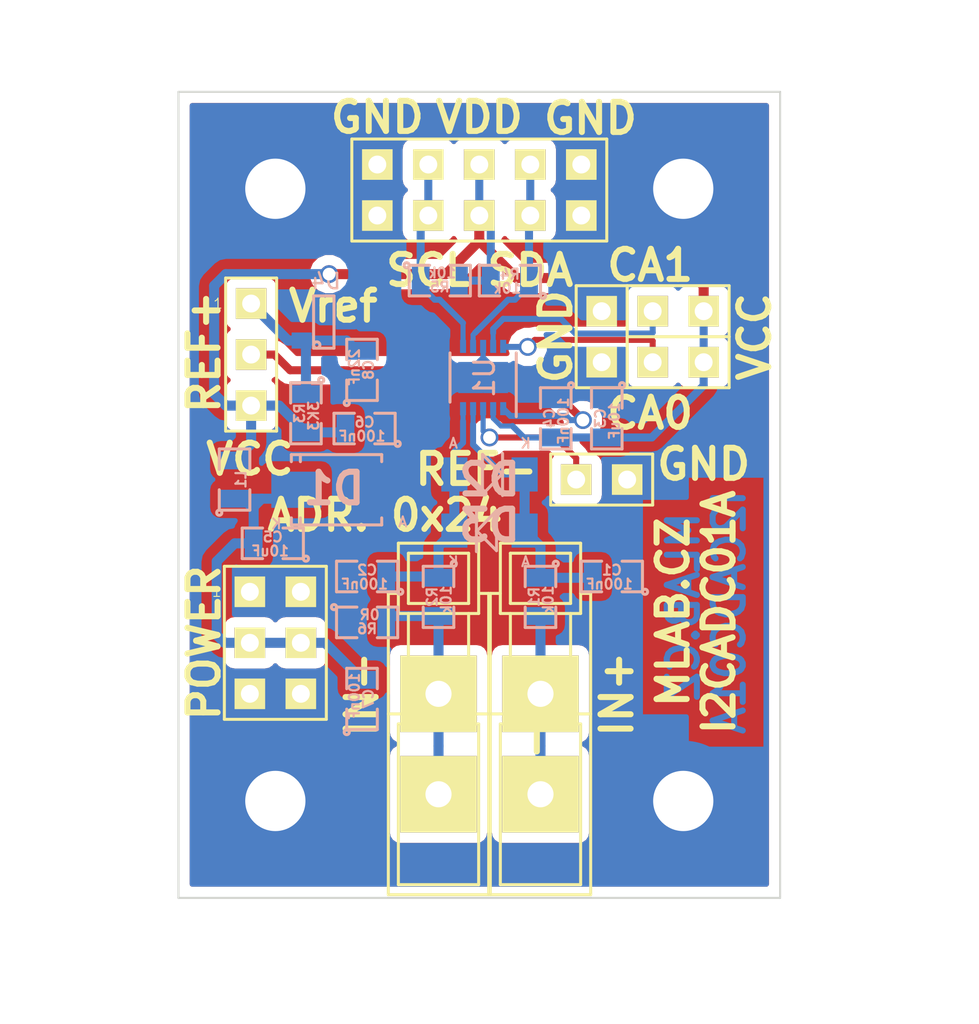
<source format=kicad_pcb>
(kicad_pcb (version 4) (host pcbnew 0.201509061501+6161~29~ubuntu15.04.1-product)

  (general
    (links 74)
    (no_connects 0)
    (area -8.636 -44.958 40.132001 6.032501)
    (thickness 1.6)
    (drawings 26)
    (tracks 147)
    (zones 0)
    (modules 33)
    (nets 15)
  )

  (page A4)
  (layers
    (0 F.Cu signal)
    (31 B.Cu signal)
    (32 B.Adhes user)
    (33 F.Adhes user)
    (34 B.Paste user)
    (35 F.Paste user)
    (36 B.SilkS user)
    (37 F.SilkS user)
    (38 B.Mask user)
    (39 F.Mask user)
    (40 Dwgs.User user)
    (41 Cmts.User user)
    (42 Eco1.User user)
    (43 Eco2.User user)
    (44 Edge.Cuts user)
    (45 Margin user)
    (46 B.CrtYd user)
    (47 F.CrtYd user)
    (48 B.Fab user)
    (49 F.Fab user)
  )

  (setup
    (last_trace_width 0.254)
    (user_trace_width 0.3)
    (user_trace_width 0.4)
    (user_trace_width 0.5)
    (trace_clearance 0.2)
    (zone_clearance 0.508)
    (zone_45_only no)
    (trace_min 0.254)
    (segment_width 0.2)
    (edge_width 0.1)
    (via_size 0.889)
    (via_drill 0.635)
    (via_min_size 0.889)
    (via_min_drill 0.508)
    (uvia_size 0.508)
    (uvia_drill 0.127)
    (uvias_allowed no)
    (uvia_min_size 0.508)
    (uvia_min_drill 0.127)
    (pcb_text_width 0.3)
    (pcb_text_size 1.5 1.5)
    (mod_edge_width 0.15)
    (mod_text_size 1 1)
    (mod_text_width 0.15)
    (pad_size 1.5 1.5)
    (pad_drill 0.6)
    (pad_to_mask_clearance 0)
    (aux_axis_origin 0 0)
    (visible_elements 7FFFFF7F)
    (pcbplotparams
      (layerselection 0x010e0_80000001)
      (usegerberextensions false)
      (excludeedgelayer true)
      (linewidth 0.300000)
      (plotframeref false)
      (viasonmask false)
      (mode 1)
      (useauxorigin false)
      (hpglpennumber 1)
      (hpglpenspeed 20)
      (hpglpendiameter 15)
      (hpglpenoverlay 2)
      (psnegative false)
      (psa4output false)
      (plotreference true)
      (plotvalue true)
      (plotinvisibletext false)
      (padsonsilk false)
      (subtractmaskfromsilk true)
      (outputformat 1)
      (mirror false)
      (drillshape 0)
      (scaleselection 1)
      (outputdirectory ../CAM_PROFI/))
  )

  (net 0 "")
  (net 1 GND)
  (net 2 "Net-(C1-Pad2)")
  (net 3 "Net-(C2-Pad1)")
  (net 4 VCC)
  (net 5 "Net-(J3-Pad2)")
  (net 6 /CA0)
  (net 7 /CA1)
  (net 8 /SDA)
  (net 9 /SCL)
  (net 10 "Net-(P1-Pad1)")
  (net 11 "Net-(P2-Pad1)")
  (net 12 "Net-(C5-Pad2)")
  (net 13 "Net-(J4-Pad2)")
  (net 14 "Net-(C8-Pad2)")

  (net_class Default "Toto je výchozí třída sítě."
    (clearance 0.2)
    (trace_width 0.254)
    (via_dia 0.889)
    (via_drill 0.635)
    (uvia_dia 0.508)
    (uvia_drill 0.127)
    (add_net /CA0)
    (add_net /CA1)
    (add_net /SCL)
    (add_net /SDA)
    (add_net GND)
    (add_net "Net-(C1-Pad2)")
    (add_net "Net-(C2-Pad1)")
    (add_net "Net-(C5-Pad2)")
    (add_net "Net-(C8-Pad2)")
    (add_net "Net-(J3-Pad2)")
    (add_net "Net-(J4-Pad2)")
    (add_net "Net-(P1-Pad1)")
    (add_net "Net-(P2-Pad1)")
    (add_net VCC)
  )

  (module Mlab_R:SMD-0805 (layer B.Cu) (tedit 54799E0C) (tstamp 55470A3A)
    (at 21.844 -16.256 180)
    (path /554603CA)
    (attr smd)
    (fp_text reference C1 (at 0 0.3175 180) (layer B.SilkS)
      (effects (font (size 0.50038 0.50038) (thickness 0.10922)) (justify mirror))
    )
    (fp_text value 100nF (at 0.127 -0.381 180) (layer B.SilkS)
      (effects (font (size 0.50038 0.50038) (thickness 0.10922)) (justify mirror))
    )
    (fp_circle (center -1.651 -0.762) (end -1.651 -0.635) (layer B.SilkS) (width 0.15))
    (fp_line (start -0.508 -0.762) (end -1.524 -0.762) (layer B.SilkS) (width 0.15))
    (fp_line (start -1.524 -0.762) (end -1.524 0.762) (layer B.SilkS) (width 0.15))
    (fp_line (start -1.524 0.762) (end -0.508 0.762) (layer B.SilkS) (width 0.15))
    (fp_line (start 0.508 0.762) (end 1.524 0.762) (layer B.SilkS) (width 0.15))
    (fp_line (start 1.524 0.762) (end 1.524 -0.762) (layer B.SilkS) (width 0.15))
    (fp_line (start 1.524 -0.762) (end 0.508 -0.762) (layer B.SilkS) (width 0.15))
    (pad 1 smd rect (at -0.9525 0 180) (size 0.889 1.397) (layers B.Cu B.Paste B.Mask)
      (net 1 GND))
    (pad 2 smd rect (at 0.9525 0 180) (size 0.889 1.397) (layers B.Cu B.Paste B.Mask)
      (net 2 "Net-(C1-Pad2)"))
    (model MLAB_3D/Resistors/chip_cms.wrl
      (at (xyz 0 0 0))
      (scale (xyz 0.1 0.1 0.1))
      (rotate (xyz 0 0 0))
    )
  )

  (module Mlab_R:SMD-0805 (layer B.Cu) (tedit 54799E0C) (tstamp 55470A40)
    (at 9.652 -16.256 180)
    (path /55460399)
    (attr smd)
    (fp_text reference C2 (at 0 0.3175 180) (layer B.SilkS)
      (effects (font (size 0.50038 0.50038) (thickness 0.10922)) (justify mirror))
    )
    (fp_text value 100nF (at 0.127 -0.381 180) (layer B.SilkS)
      (effects (font (size 0.50038 0.50038) (thickness 0.10922)) (justify mirror))
    )
    (fp_circle (center -1.651 -0.762) (end -1.651 -0.635) (layer B.SilkS) (width 0.15))
    (fp_line (start -0.508 -0.762) (end -1.524 -0.762) (layer B.SilkS) (width 0.15))
    (fp_line (start -1.524 -0.762) (end -1.524 0.762) (layer B.SilkS) (width 0.15))
    (fp_line (start -1.524 0.762) (end -0.508 0.762) (layer B.SilkS) (width 0.15))
    (fp_line (start 0.508 0.762) (end 1.524 0.762) (layer B.SilkS) (width 0.15))
    (fp_line (start 1.524 0.762) (end 1.524 -0.762) (layer B.SilkS) (width 0.15))
    (fp_line (start 1.524 -0.762) (end 0.508 -0.762) (layer B.SilkS) (width 0.15))
    (pad 1 smd rect (at -0.9525 0 180) (size 0.889 1.397) (layers B.Cu B.Paste B.Mask)
      (net 3 "Net-(C2-Pad1)"))
    (pad 2 smd rect (at 0.9525 0 180) (size 0.889 1.397) (layers B.Cu B.Paste B.Mask)
      (net 1 GND))
    (model MLAB_3D/Resistors/chip_cms.wrl
      (at (xyz 0 0 0))
      (scale (xyz 0.1 0.1 0.1))
      (rotate (xyz 0 0 0))
    )
  )

  (module Mlab_R:SMD-0805 (layer B.Cu) (tedit 54799E0C) (tstamp 55470A46)
    (at 21.59 -24.13 270)
    (path /55461125)
    (attr smd)
    (fp_text reference C3 (at 0 0.3175 270) (layer B.SilkS)
      (effects (font (size 0.50038 0.50038) (thickness 0.10922)) (justify mirror))
    )
    (fp_text value 10uF (at 0.127 -0.381 270) (layer B.SilkS)
      (effects (font (size 0.50038 0.50038) (thickness 0.10922)) (justify mirror))
    )
    (fp_circle (center -1.651 -0.762) (end -1.651 -0.635) (layer B.SilkS) (width 0.15))
    (fp_line (start -0.508 -0.762) (end -1.524 -0.762) (layer B.SilkS) (width 0.15))
    (fp_line (start -1.524 -0.762) (end -1.524 0.762) (layer B.SilkS) (width 0.15))
    (fp_line (start -1.524 0.762) (end -0.508 0.762) (layer B.SilkS) (width 0.15))
    (fp_line (start 0.508 0.762) (end 1.524 0.762) (layer B.SilkS) (width 0.15))
    (fp_line (start 1.524 0.762) (end 1.524 -0.762) (layer B.SilkS) (width 0.15))
    (fp_line (start 1.524 -0.762) (end 0.508 -0.762) (layer B.SilkS) (width 0.15))
    (pad 1 smd rect (at -0.9525 0 270) (size 0.889 1.397) (layers B.Cu B.Paste B.Mask)
      (net 1 GND))
    (pad 2 smd rect (at 0.9525 0 270) (size 0.889 1.397) (layers B.Cu B.Paste B.Mask)
      (net 4 VCC))
    (model MLAB_3D/Resistors/chip_cms.wrl
      (at (xyz 0 0 0))
      (scale (xyz 0.1 0.1 0.1))
      (rotate (xyz 0 0 0))
    )
  )

  (module Mlab_R:SMD-0805 (layer B.Cu) (tedit 54799E0C) (tstamp 55470A4C)
    (at 19.05 -24.13 270)
    (path /554611EB)
    (attr smd)
    (fp_text reference C4 (at 0 0.3175 270) (layer B.SilkS)
      (effects (font (size 0.50038 0.50038) (thickness 0.10922)) (justify mirror))
    )
    (fp_text value 100nF (at 0.127 -0.381 270) (layer B.SilkS)
      (effects (font (size 0.50038 0.50038) (thickness 0.10922)) (justify mirror))
    )
    (fp_circle (center -1.651 -0.762) (end -1.651 -0.635) (layer B.SilkS) (width 0.15))
    (fp_line (start -0.508 -0.762) (end -1.524 -0.762) (layer B.SilkS) (width 0.15))
    (fp_line (start -1.524 -0.762) (end -1.524 0.762) (layer B.SilkS) (width 0.15))
    (fp_line (start -1.524 0.762) (end -0.508 0.762) (layer B.SilkS) (width 0.15))
    (fp_line (start 0.508 0.762) (end 1.524 0.762) (layer B.SilkS) (width 0.15))
    (fp_line (start 1.524 0.762) (end 1.524 -0.762) (layer B.SilkS) (width 0.15))
    (fp_line (start 1.524 -0.762) (end 0.508 -0.762) (layer B.SilkS) (width 0.15))
    (pad 1 smd rect (at -0.9525 0 270) (size 0.889 1.397) (layers B.Cu B.Paste B.Mask)
      (net 1 GND))
    (pad 2 smd rect (at 0.9525 0 270) (size 0.889 1.397) (layers B.Cu B.Paste B.Mask)
      (net 4 VCC))
    (model MLAB_3D/Resistors/chip_cms.wrl
      (at (xyz 0 0 0))
      (scale (xyz 0.1 0.1 0.1))
      (rotate (xyz 0 0 0))
    )
  )

  (module Mlab_D:SMA_Standard (layer B.Cu) (tedit 55485D51) (tstamp 55470A52)
    (at 8.128 -20.574 180)
    (descr "Diode SMA")
    (tags "Diode SMA")
    (path /55460DCE)
    (attr smd)
    (fp_text reference D1 (at 0.127 0.0635 180) (layer B.SilkS)
      (effects (font (thickness 0.3048)) (justify mirror))
    )
    (fp_text value M4 (at 0 -3.81 180) (layer B.SilkS) hide
      (effects (font (thickness 0.3048)) (justify mirror))
    )
    (fp_text user A (at -3.29946 -1.6002 180) (layer B.SilkS)
      (effects (font (size 0.50038 0.50038) (thickness 0.09906)) (justify mirror))
    )
    (fp_text user K (at 2.99974 -1.69926 180) (layer B.SilkS)
      (effects (font (size 0.50038 0.50038) (thickness 0.09906)) (justify mirror))
    )
    (fp_circle (center 0 0) (end 0.20066 0.0508) (layer B.Adhes) (width 0.381))
    (fp_line (start 1.80086 -1.75006) (end 1.80086 -1.39954) (layer B.SilkS) (width 0.15))
    (fp_line (start 1.80086 1.75006) (end 1.80086 1.39954) (layer B.SilkS) (width 0.15))
    (fp_line (start 2.25044 -1.75006) (end 2.25044 -1.39954) (layer B.SilkS) (width 0.15))
    (fp_line (start -2.25044 -1.75006) (end -2.25044 -1.39954) (layer B.SilkS) (width 0.15))
    (fp_line (start -2.25044 1.75006) (end -2.25044 1.39954) (layer B.SilkS) (width 0.15))
    (fp_line (start 2.25044 1.75006) (end 2.25044 1.39954) (layer B.SilkS) (width 0.15))
    (fp_line (start -2.25044 -1.75006) (end 2.25044 -1.75006) (layer B.SilkS) (width 0.15))
    (fp_line (start -2.25044 1.75006) (end 2.25044 1.75006) (layer B.SilkS) (width 0.15))
    (pad 1 smd rect (at -1.99898 0 180) (size 2.49936 1.80086) (layers B.Cu B.Paste B.Mask)
      (net 1 GND))
    (pad 2 smd rect (at 1.99898 0 180) (size 2.49936 1.80086) (layers B.Cu B.Paste B.Mask)
      (net 12 "Net-(C5-Pad2)"))
    (model MLAB_3D/Diodes/SMA.wrl
      (at (xyz 0 0 0))
      (scale (xyz 0.3937 0.3937 0.3937))
      (rotate (xyz 0 0 0))
    )
  )

  (module Mlab_D:MiniMELF_Standard (layer B.Cu) (tedit 54BBE081) (tstamp 55470A58)
    (at 15.748 -18.542 180)
    (descr "Diode Mini-MELF Standard")
    (tags "Diode Mini-MELF Standard")
    (path /5546045E)
    (attr smd)
    (fp_text reference D2 (at 0 2.54 180) (layer B.SilkS)
      (effects (font (thickness 0.3048)) (justify mirror))
    )
    (fp_text value BAT46 (at 0 -3.81 180) (layer B.SilkS) hide
      (effects (font (thickness 0.3048)) (justify mirror))
    )
    (fp_line (start 0.65024 -0.0508) (end -0.35052 1.00076) (layer B.SilkS) (width 0.15))
    (fp_line (start -0.35052 1.00076) (end -0.35052 -1.00076) (layer B.SilkS) (width 0.15))
    (fp_line (start -0.35052 -1.00076) (end 0.65024 0) (layer B.SilkS) (width 0.15))
    (fp_line (start 0.65024 1.04902) (end 0.65024 -1.04902) (layer B.SilkS) (width 0.15))
    (fp_text user A (at -1.80086 -1.5494 180) (layer B.SilkS)
      (effects (font (size 0.50038 0.50038) (thickness 0.09906)) (justify mirror))
    )
    (fp_text user K (at 1.80086 -1.5494 180) (layer B.SilkS)
      (effects (font (size 0.50038 0.50038) (thickness 0.09906)) (justify mirror))
    )
    (fp_circle (center 0 0) (end 0 -0.55118) (layer B.Adhes) (width 0.381))
    (fp_circle (center 0 0) (end 0 -0.20066) (layer B.Adhes) (width 0.381))
    (pad 1 smd rect (at -1.75006 0 180) (size 1.30048 1.69926) (layers B.Cu B.Paste B.Mask)
      (net 2 "Net-(C1-Pad2)"))
    (pad 2 smd rect (at 1.75006 0 180) (size 1.30048 1.69926) (layers B.Cu B.Paste B.Mask)
      (net 3 "Net-(C2-Pad1)"))
    (model MLAB_3D/Diodes/MiniMELF_DO213AA.wrl
      (at (xyz 0 0 0))
      (scale (xyz 0.3937 0.3937 0.3937))
      (rotate (xyz 0 0 0))
    )
  )

  (module Mlab_D:MiniMELF_Standard (layer B.Cu) (tedit 54BBE081) (tstamp 55470A5E)
    (at 15.748 -21.336)
    (descr "Diode Mini-MELF Standard")
    (tags "Diode Mini-MELF Standard")
    (path /55460409)
    (attr smd)
    (fp_text reference D3 (at 0 2.54) (layer B.SilkS)
      (effects (font (thickness 0.3048)) (justify mirror))
    )
    (fp_text value BAT46 (at 0 -3.81) (layer B.SilkS) hide
      (effects (font (thickness 0.3048)) (justify mirror))
    )
    (fp_line (start 0.65024 -0.0508) (end -0.35052 1.00076) (layer B.SilkS) (width 0.15))
    (fp_line (start -0.35052 1.00076) (end -0.35052 -1.00076) (layer B.SilkS) (width 0.15))
    (fp_line (start -0.35052 -1.00076) (end 0.65024 0) (layer B.SilkS) (width 0.15))
    (fp_line (start 0.65024 1.04902) (end 0.65024 -1.04902) (layer B.SilkS) (width 0.15))
    (fp_text user A (at -1.80086 -1.5494) (layer B.SilkS)
      (effects (font (size 0.50038 0.50038) (thickness 0.09906)) (justify mirror))
    )
    (fp_text user K (at 1.80086 -1.5494) (layer B.SilkS)
      (effects (font (size 0.50038 0.50038) (thickness 0.09906)) (justify mirror))
    )
    (fp_circle (center 0 0) (end 0 -0.55118) (layer B.Adhes) (width 0.381))
    (fp_circle (center 0 0) (end 0 -0.20066) (layer B.Adhes) (width 0.381))
    (pad 1 smd rect (at -1.75006 0) (size 1.30048 1.69926) (layers B.Cu B.Paste B.Mask)
      (net 3 "Net-(C2-Pad1)"))
    (pad 2 smd rect (at 1.75006 0) (size 1.30048 1.69926) (layers B.Cu B.Paste B.Mask)
      (net 2 "Net-(C1-Pad2)"))
    (model MLAB_3D/Diodes/MiniMELF_DO213AA.wrl
      (at (xyz 0 0 0))
      (scale (xyz 0.3937 0.3937 0.3937))
      (rotate (xyz 0 0 0))
    )
  )

  (module Mlab_IO:SOT-23 (layer B.Cu) (tedit 55DD869B) (tstamp 55472E30)
    (at 7.493 -28.956 90)
    (tags SOT23)
    (path /55461701)
    (fp_text reference D4 (at 1.99898 0.09906 360) (layer B.SilkS)
      (effects (font (size 0.762 0.762) (thickness 0.11938)) (justify mirror))
    )
    (fp_text value LM4041-adj (at 0.0635 0 90) (layer B.SilkS) hide
      (effects (font (size 0.50038 0.50038) (thickness 0.09906)) (justify mirror))
    )
    (fp_circle (center -1.17602 -0.35052) (end -1.30048 -0.44958) (layer B.SilkS) (width 0.15))
    (fp_line (start 1.27 0.508) (end 1.27 -0.508) (layer B.SilkS) (width 0.15))
    (fp_line (start -1.3335 0.508) (end -1.3335 -0.508) (layer B.SilkS) (width 0.15))
    (fp_line (start 1.27 -0.508) (end -1.3335 -0.508) (layer B.SilkS) (width 0.15))
    (fp_line (start -1.3335 0.508) (end 1.27 0.508) (layer B.SilkS) (width 0.15))
    (pad 3 smd rect (at 0 1.09982 90) (size 0.8001 1.00076) (layers B.Cu B.Paste B.Mask)
      (net 1 GND))
    (pad 2 smd rect (at 0.9525 -1.09982 90) (size 0.8001 1.00076) (layers B.Cu B.Paste B.Mask)
      (net 1 GND))
    (pad 1 smd rect (at -0.9525 -1.09982 90) (size 0.8001 1.00076) (layers B.Cu B.Paste B.Mask)
      (net 14 "Net-(C8-Pad2)"))
    (model D:/Honza/library/KiCAD/MLAB_3D/IO/SOT23_3.wrl
      (at (xyz 0 0 0))
      (scale (xyz 0.4 0.4 0.4))
      (rotate (xyz 0 0 180))
    )
  )

  (module Mlab_Pin_Headers:Straight_2x03 (layer F.Cu) (tedit 554851D4) (tstamp 55470A6F)
    (at 5.08 -12.954)
    (descr "pin header straight 2x03")
    (tags "pin header straight 2x03")
    (path /55460C17)
    (fp_text reference J1 (at 0 -5.08) (layer F.SilkS) hide
      (effects (font (size 1.5 1.5) (thickness 0.15)))
    )
    (fp_text value JUMP_3X2 (at 0 5.08) (layer F.SilkS) hide
      (effects (font (size 1.5 1.5) (thickness 0.15)))
    )
    (fp_text user 1 (at -2.921 -2.54) (layer F.SilkS)
      (effects (font (size 0.5 0.5) (thickness 0.05)))
    )
    (fp_line (start -2.54 -3.81) (end 2.54 -3.81) (layer F.SilkS) (width 0.15))
    (fp_line (start 2.54 -3.81) (end 2.54 3.81) (layer F.SilkS) (width 0.15))
    (fp_line (start 2.54 3.81) (end -2.54 3.81) (layer F.SilkS) (width 0.15))
    (fp_line (start -2.54 3.81) (end -2.54 -3.81) (layer F.SilkS) (width 0.15))
    (pad 1 thru_hole rect (at -1.27 -2.54) (size 1.524 1.524) (drill 0.889) (layers *.Cu *.Mask F.SilkS)
      (net 1 GND))
    (pad 2 thru_hole rect (at 1.27 -2.54) (size 1.524 1.524) (drill 0.889) (layers *.Cu *.Mask F.SilkS)
      (net 1 GND))
    (pad 3 thru_hole rect (at -1.27 0) (size 1.524 1.524) (drill 0.889) (layers *.Cu *.Mask F.SilkS)
      (net 12 "Net-(C5-Pad2)"))
    (pad 4 thru_hole rect (at 1.27 0) (size 1.524 1.524) (drill 0.889) (layers *.Cu *.Mask F.SilkS)
      (net 12 "Net-(C5-Pad2)"))
    (pad 5 thru_hole rect (at -1.27 2.54) (size 1.524 1.524) (drill 0.889) (layers *.Cu *.Mask F.SilkS)
      (net 1 GND))
    (pad 6 thru_hole rect (at 1.27 2.54) (size 1.524 1.524) (drill 0.889) (layers *.Cu *.Mask F.SilkS)
      (net 1 GND))
    (model Pin_Headers/Pin_Header_Straight_2x03.wrl
      (at (xyz 0 0 0))
      (scale (xyz 1 1 1))
      (rotate (xyz 0 0 90))
    )
  )

  (module Mlab_Pin_Headers:Straight_2x01 (layer F.Cu) (tedit 5545E8D2) (tstamp 55470A7B)
    (at 21.336 -21.082 180)
    (descr "pin header straight 2x01")
    (tags "pin header straight 2x01")
    (path /5547082E)
    (fp_text reference J3 (at 0 -2.54 180) (layer F.SilkS) hide
      (effects (font (size 1.5 1.5) (thickness 0.15)))
    )
    (fp_text value CONN_2 (at 0 2.54 180) (layer F.SilkS) hide
      (effects (font (size 1.5 1.5) (thickness 0.15)))
    )
    (fp_line (start -2.54 -1.27) (end 2.54 -1.27) (layer F.SilkS) (width 0.15))
    (fp_line (start 2.54 -1.27) (end 2.54 1.27) (layer F.SilkS) (width 0.15))
    (fp_line (start 2.54 1.27) (end -2.54 1.27) (layer F.SilkS) (width 0.15))
    (fp_line (start -2.54 1.27) (end -2.54 -1.27) (layer F.SilkS) (width 0.15))
    (pad 1 thru_hole rect (at -1.27 0 180) (size 1.524 1.524) (drill 0.889) (layers *.Cu *.Mask F.SilkS)
      (net 1 GND))
    (pad 2 thru_hole rect (at 1.27 0 180) (size 1.524 1.524) (drill 0.889) (layers *.Cu *.Mask F.SilkS)
      (net 5 "Net-(J3-Pad2)"))
    (model Pin_Headers/Pin_Header_Straight_2x01.wrl
      (at (xyz 0 0 0))
      (scale (xyz 1 1 1))
      (rotate (xyz 0 0 90))
    )
  )

  (module Mlab_Pin_Headers:Straight_2x01 (layer F.Cu) (tedit 5545E8D2) (tstamp 55470A88)
    (at 25.146 -26.924 180)
    (descr "pin header straight 2x01")
    (tags "pin header straight 2x01")
    (path /55463896)
    (fp_text reference J5 (at 0 -2.54 180) (layer F.SilkS) hide
      (effects (font (size 1.5 1.5) (thickness 0.15)))
    )
    (fp_text value JUMP2_2x1 (at 0 2.54 180) (layer F.SilkS) hide
      (effects (font (size 1.5 1.5) (thickness 0.15)))
    )
    (fp_line (start -2.54 -1.27) (end 2.54 -1.27) (layer F.SilkS) (width 0.15))
    (fp_line (start 2.54 -1.27) (end 2.54 1.27) (layer F.SilkS) (width 0.15))
    (fp_line (start 2.54 1.27) (end -2.54 1.27) (layer F.SilkS) (width 0.15))
    (fp_line (start -2.54 1.27) (end -2.54 -1.27) (layer F.SilkS) (width 0.15))
    (pad 1 thru_hole rect (at -1.27 0 180) (size 1.524 1.524) (drill 0.889) (layers *.Cu *.Mask F.SilkS)
      (net 4 VCC))
    (pad 2 thru_hole rect (at 1.27 0 180) (size 1.524 1.524) (drill 0.889) (layers *.Cu *.Mask F.SilkS)
      (net 6 /CA0))
    (model Pin_Headers/Pin_Header_Straight_2x01.wrl
      (at (xyz 0 0 0))
      (scale (xyz 1 1 1))
      (rotate (xyz 0 0 90))
    )
  )

  (module Mlab_Pin_Headers:Straight_2x01 (layer F.Cu) (tedit 5545E8D2) (tstamp 55470A8E)
    (at 25.146 -29.464 180)
    (descr "pin header straight 2x01")
    (tags "pin header straight 2x01")
    (path /554638DE)
    (fp_text reference J6 (at 0 -2.54 180) (layer F.SilkS) hide
      (effects (font (size 1.5 1.5) (thickness 0.15)))
    )
    (fp_text value JUMP2_2x1 (at 0 2.54 180) (layer F.SilkS) hide
      (effects (font (size 1.5 1.5) (thickness 0.15)))
    )
    (fp_line (start -2.54 -1.27) (end 2.54 -1.27) (layer F.SilkS) (width 0.15))
    (fp_line (start 2.54 -1.27) (end 2.54 1.27) (layer F.SilkS) (width 0.15))
    (fp_line (start 2.54 1.27) (end -2.54 1.27) (layer F.SilkS) (width 0.15))
    (fp_line (start -2.54 1.27) (end -2.54 -1.27) (layer F.SilkS) (width 0.15))
    (pad 1 thru_hole rect (at -1.27 0 180) (size 1.524 1.524) (drill 0.889) (layers *.Cu *.Mask F.SilkS)
      (net 4 VCC))
    (pad 2 thru_hole rect (at 1.27 0 180) (size 1.524 1.524) (drill 0.889) (layers *.Cu *.Mask F.SilkS)
      (net 7 /CA1))
    (model Pin_Headers/Pin_Header_Straight_2x01.wrl
      (at (xyz 0 0 0))
      (scale (xyz 1 1 1))
      (rotate (xyz 0 0 90))
    )
  )

  (module Mlab_Pin_Headers:Straight_2x05 (layer F.Cu) (tedit 5549D8AD) (tstamp 55470A9C)
    (at 15.24 -35.4965 270)
    (descr "pin header straight 2x05")
    (tags "pin header straight 2x05")
    (path /55462947)
    (fp_text reference J7 (at 0 -7.62 270) (layer F.SilkS) hide
      (effects (font (size 1.5 1.5) (thickness 0.15)))
    )
    (fp_text value JUMP_5X2 (at 0 7.62 270) (layer F.SilkS) hide
      (effects (font (size 1.5 1.5) (thickness 0.15)))
    )
    (fp_text user 1 (at -2.921 -5.08 270) (layer F.SilkS) hide
      (effects (font (size 0.5 0.5) (thickness 0.05)))
    )
    (fp_line (start -2.54 -6.35) (end 2.54 -6.35) (layer F.SilkS) (width 0.15))
    (fp_line (start 2.54 -6.35) (end 2.54 6.35) (layer F.SilkS) (width 0.15))
    (fp_line (start 2.54 6.35) (end -2.54 6.35) (layer F.SilkS) (width 0.15))
    (fp_line (start -2.54 6.35) (end -2.54 -6.35) (layer F.SilkS) (width 0.15))
    (pad 1 thru_hole rect (at -1.27 -5.08 270) (size 1.524 1.524) (drill 0.889) (layers *.Cu *.Mask F.SilkS)
      (net 1 GND))
    (pad 2 thru_hole rect (at 1.27 -5.08 270) (size 1.524 1.524) (drill 0.889) (layers *.Cu *.Mask F.SilkS)
      (net 1 GND))
    (pad 3 thru_hole rect (at -1.27 -2.54 270) (size 1.524 1.524) (drill 0.889) (layers *.Cu *.Mask F.SilkS)
      (net 8 /SDA))
    (pad 4 thru_hole rect (at 1.27 -2.54 270) (size 1.524 1.524) (drill 0.889) (layers *.Cu *.Mask F.SilkS)
      (net 8 /SDA))
    (pad 5 thru_hole rect (at -1.27 0 270) (size 1.524 1.524) (drill 0.889) (layers *.Cu *.Mask F.SilkS)
      (net 4 VCC))
    (pad 6 thru_hole rect (at 1.27 0 270) (size 1.524 1.524) (drill 0.889) (layers *.Cu *.Mask F.SilkS)
      (net 4 VCC))
    (pad 7 thru_hole rect (at -1.27 2.54 270) (size 1.524 1.524) (drill 0.889) (layers *.Cu *.Mask F.SilkS)
      (net 9 /SCL))
    (pad 8 thru_hole rect (at 1.27 2.54 270) (size 1.524 1.524) (drill 0.889) (layers *.Cu *.Mask F.SilkS)
      (net 9 /SCL))
    (pad 9 thru_hole rect (at -1.27 5.08 270) (size 1.524 1.524) (drill 0.889) (layers *.Cu *.Mask F.SilkS)
      (net 1 GND))
    (pad 10 thru_hole rect (at 1.27 5.08 270) (size 1.524 1.524) (drill 0.889) (layers *.Cu *.Mask F.SilkS)
      (net 1 GND))
    (model Pin_Headers/Pin_Header_Straight_2x05.wrl
      (at (xyz 0 0 0))
      (scale (xyz 1 1 1))
      (rotate (xyz 0 0 90))
    )
  )

  (module Mlab_Mechanical:MountingHole_3mm placed (layer F.Cu) (tedit 5535DB2C) (tstamp 55470AA1)
    (at 5.08 -35.56)
    (descr "Mounting hole, Befestigungsbohrung, 3mm, No Annular, Kein Restring,")
    (tags "Mounting hole, Befestigungsbohrung, 3mm, No Annular, Kein Restring,")
    (path /5547153E)
    (fp_text reference M1 (at 0 -4.191) (layer F.SilkS) hide
      (effects (font (thickness 0.3048)))
    )
    (fp_text value HOLE (at 0 4.191) (layer F.SilkS) hide
      (effects (font (thickness 0.3048)))
    )
    (fp_circle (center 0 0) (end 2.99974 0) (layer Cmts.User) (width 0.381))
    (pad 1 thru_hole circle (at 0 0) (size 6 6) (drill 3) (layers *.Cu *.Adhes *.Mask)
      (net 1 GND) (clearance 1) (zone_connect 2))
  )

  (module Mlab_Mechanical:MountingHole_3mm placed (layer F.Cu) (tedit 5535DB2C) (tstamp 55470AA6)
    (at 25.4 -5.08)
    (descr "Mounting hole, Befestigungsbohrung, 3mm, No Annular, Kein Restring,")
    (tags "Mounting hole, Befestigungsbohrung, 3mm, No Annular, Kein Restring,")
    (path /5547175D)
    (fp_text reference M2 (at 0 -4.191) (layer F.SilkS) hide
      (effects (font (thickness 0.3048)))
    )
    (fp_text value HOLE (at 0 4.191) (layer F.SilkS) hide
      (effects (font (thickness 0.3048)))
    )
    (fp_circle (center 0 0) (end 2.99974 0) (layer Cmts.User) (width 0.381))
    (pad 1 thru_hole circle (at 0 0) (size 6 6) (drill 3) (layers *.Cu *.Adhes *.Mask)
      (net 1 GND) (clearance 1) (zone_connect 2))
  )

  (module Mlab_Mechanical:MountingHole_3mm placed (layer F.Cu) (tedit 5535DB2C) (tstamp 55470AAB)
    (at 25.4 -35.56)
    (descr "Mounting hole, Befestigungsbohrung, 3mm, No Annular, Kein Restring,")
    (tags "Mounting hole, Befestigungsbohrung, 3mm, No Annular, Kein Restring,")
    (path /5547179E)
    (fp_text reference M3 (at 0 -4.191) (layer F.SilkS) hide
      (effects (font (thickness 0.3048)))
    )
    (fp_text value HOLE (at 0 4.191) (layer F.SilkS) hide
      (effects (font (thickness 0.3048)))
    )
    (fp_circle (center 0 0) (end 2.99974 0) (layer Cmts.User) (width 0.381))
    (pad 1 thru_hole circle (at 0 0) (size 6 6) (drill 3) (layers *.Cu *.Adhes *.Mask)
      (net 1 GND) (clearance 1) (zone_connect 2))
  )

  (module Mlab_Mechanical:MountingHole_3mm placed (layer F.Cu) (tedit 5535DB2C) (tstamp 55470AB0)
    (at 5.08 -5.08)
    (descr "Mounting hole, Befestigungsbohrung, 3mm, No Annular, Kein Restring,")
    (tags "Mounting hole, Befestigungsbohrung, 3mm, No Annular, Kein Restring,")
    (path /554717EE)
    (fp_text reference M4 (at 0 -4.191) (layer F.SilkS) hide
      (effects (font (thickness 0.3048)))
    )
    (fp_text value HOLE (at 0 4.191) (layer F.SilkS) hide
      (effects (font (thickness 0.3048)))
    )
    (fp_circle (center 0 0) (end 2.99974 0) (layer Cmts.User) (width 0.381))
    (pad 1 thru_hole circle (at 0 0) (size 6 6) (drill 3) (layers *.Cu *.Adhes *.Mask)
      (net 1 GND) (clearance 1) (zone_connect 2))
  )

  (module Mlab_Con:WAGO256 (layer F.Cu) (tedit 55485B08) (tstamp 55470AB6)
    (at 18.288 -7.874 90)
    (descr "WAGO-Series 236, 2Stift, 1pol, RM 5mm,")
    (tags "WAGO-Series 236, 2Stift, 1pol, RM 5mm, Anreibare Leiterplattenklemme")
    (path /5546028B)
    (fp_text reference P1 (at -4.826 -3.556 90) (layer F.SilkS) hide
      (effects (font (thickness 0.3048)))
    )
    (fp_text value _ (at 0.254 4.064 90) (layer F.SilkS) hide
      (effects (font (thickness 0.3048)))
    )
    (fp_line (start 7.54 2.5) (end 7.54 2) (layer F.SilkS) (width 0.15))
    (fp_line (start 7.54 -2) (end 7.54 -2.5) (layer F.SilkS) (width 0.15))
    (fp_line (start 1.54 2.5001) (end 1.54 -2.5001) (layer F.SilkS) (width 0.15))
    (fp_line (start -7.46 2.5001) (end -7.46 -2.5001) (layer F.SilkS) (width 0.15))
    (fp_line (start 9.54 1.501) (end 9.54 -1.501) (layer F.SilkS) (width 0.15))
    (fp_line (start 7.0401 1.501) (end 7.0401 -1.501) (layer F.SilkS) (width 0.15))
    (fp_line (start 10.0401 -2) (end 10.0401 2) (layer F.SilkS) (width 0.15))
    (fp_line (start 6.54 -2) (end 6.54 2) (layer F.SilkS) (width 0.15))
    (fp_line (start 3.54 1.5001) (end 3.54 -1.5001) (layer F.SilkS) (width 0.15))
    (fp_line (start 1.0399 -2) (end 1.0399 2) (layer F.SilkS) (width 0.15))
    (fp_line (start -6.9601 2) (end -6.9601 -2) (layer F.SilkS) (width 0.15))
    (fp_line (start 1.0399 1) (end 1.54 1) (layer F.SilkS) (width 0.15))
    (fp_line (start 7.0401 1.5) (end 9.54 1.5) (layer F.SilkS) (width 0.15))
    (fp_line (start 6.54 2) (end 10.0401 2) (layer F.SilkS) (width 0.15))
    (fp_line (start 1.0399 -1) (end 1.54 -1) (layer F.SilkS) (width 0.15))
    (fp_line (start 7.0401 -1.5) (end 9.54 -1.5) (layer F.SilkS) (width 0.15))
    (fp_line (start 6.54 -2) (end 10.041 -2) (layer F.SilkS) (width 0.15))
    (fp_line (start 3.54 1.5) (end 6.54 1.5) (layer F.SilkS) (width 0.15))
    (fp_line (start -6.9601 2) (end 1.0399 2) (layer F.SilkS) (width 0.15))
    (fp_line (start 1.54 2.5) (end 7.54 2.5) (layer F.SilkS) (width 0.15))
    (fp_line (start 3.54 -1.5) (end 6.54 -1.5) (layer F.SilkS) (width 0.15))
    (fp_line (start -6.9601 -2) (end 1.0399 -2) (layer F.SilkS) (width 0.15))
    (fp_line (start 1.54 -2.5) (end 7.54 -2.5) (layer F.SilkS) (width 0.15))
    (fp_line (start 1.54 2.5) (end -7.46 2.5) (layer F.SilkS) (width 0.15))
    (fp_line (start -7.46 -2.5) (end 1.54 -2.5) (layer F.SilkS) (width 0.15))
    (pad 1 thru_hole rect (at -2.46 0 180) (size 3.81 3.81) (drill 1.3) (layers *.Cu *.Mask F.SilkS)
      (net 10 "Net-(P1-Pad1)"))
    (pad 1 thru_hole rect (at 2.54 0 180) (size 3.81 3.81) (drill 1.3) (layers *.Cu *.Mask F.SilkS)
      (net 10 "Net-(P1-Pad1)"))
  )

  (module Mlab_Con:WAGO256 (layer F.Cu) (tedit 55485B0A) (tstamp 55470ABC)
    (at 13.208 -7.874 90)
    (descr "WAGO-Series 236, 2Stift, 1pol, RM 5mm,")
    (tags "WAGO-Series 236, 2Stift, 1pol, RM 5mm, Anreibare Leiterplattenklemme")
    (path /55460302)
    (fp_text reference P2 (at -4.826 -3.556 90) (layer F.SilkS) hide
      (effects (font (thickness 0.3048)))
    )
    (fp_text value _ (at 0.254 4.064 90) (layer F.SilkS)
      (effects (font (thickness 0.3048)))
    )
    (fp_line (start 7.54 2.5) (end 7.54 2) (layer F.SilkS) (width 0.15))
    (fp_line (start 7.54 -2) (end 7.54 -2.5) (layer F.SilkS) (width 0.15))
    (fp_line (start 1.54 2.5001) (end 1.54 -2.5001) (layer F.SilkS) (width 0.15))
    (fp_line (start -7.46 2.5001) (end -7.46 -2.5001) (layer F.SilkS) (width 0.15))
    (fp_line (start 9.54 1.501) (end 9.54 -1.501) (layer F.SilkS) (width 0.15))
    (fp_line (start 7.0401 1.501) (end 7.0401 -1.501) (layer F.SilkS) (width 0.15))
    (fp_line (start 10.0401 -2) (end 10.0401 2) (layer F.SilkS) (width 0.15))
    (fp_line (start 6.54 -2) (end 6.54 2) (layer F.SilkS) (width 0.15))
    (fp_line (start 3.54 1.5001) (end 3.54 -1.5001) (layer F.SilkS) (width 0.15))
    (fp_line (start 1.0399 -2) (end 1.0399 2) (layer F.SilkS) (width 0.15))
    (fp_line (start -6.9601 2) (end -6.9601 -2) (layer F.SilkS) (width 0.15))
    (fp_line (start 1.0399 1) (end 1.54 1) (layer F.SilkS) (width 0.15))
    (fp_line (start 7.0401 1.5) (end 9.54 1.5) (layer F.SilkS) (width 0.15))
    (fp_line (start 6.54 2) (end 10.0401 2) (layer F.SilkS) (width 0.15))
    (fp_line (start 1.0399 -1) (end 1.54 -1) (layer F.SilkS) (width 0.15))
    (fp_line (start 7.0401 -1.5) (end 9.54 -1.5) (layer F.SilkS) (width 0.15))
    (fp_line (start 6.54 -2) (end 10.041 -2) (layer F.SilkS) (width 0.15))
    (fp_line (start 3.54 1.5) (end 6.54 1.5) (layer F.SilkS) (width 0.15))
    (fp_line (start -6.9601 2) (end 1.0399 2) (layer F.SilkS) (width 0.15))
    (fp_line (start 1.54 2.5) (end 7.54 2.5) (layer F.SilkS) (width 0.15))
    (fp_line (start 3.54 -1.5) (end 6.54 -1.5) (layer F.SilkS) (width 0.15))
    (fp_line (start -6.9601 -2) (end 1.0399 -2) (layer F.SilkS) (width 0.15))
    (fp_line (start 1.54 -2.5) (end 7.54 -2.5) (layer F.SilkS) (width 0.15))
    (fp_line (start 1.54 2.5) (end -7.46 2.5) (layer F.SilkS) (width 0.15))
    (fp_line (start -7.46 -2.5) (end 1.54 -2.5) (layer F.SilkS) (width 0.15))
    (pad 1 thru_hole rect (at -2.46 0 180) (size 3.81 3.81) (drill 1.3) (layers *.Cu *.Mask F.SilkS)
      (net 11 "Net-(P2-Pad1)"))
    (pad 1 thru_hole rect (at 2.54 0 180) (size 3.81 3.81) (drill 1.3) (layers *.Cu *.Mask F.SilkS)
      (net 11 "Net-(P2-Pad1)"))
  )

  (module Mlab_R:SMD-0805 (layer B.Cu) (tedit 54799E0C) (tstamp 55470AC2)
    (at 18.288 -15.24 270)
    (path /55460320)
    (attr smd)
    (fp_text reference R1 (at 0 0.3175 270) (layer B.SilkS)
      (effects (font (size 0.50038 0.50038) (thickness 0.10922)) (justify mirror))
    )
    (fp_text value 10k (at 0.127 -0.381 270) (layer B.SilkS)
      (effects (font (size 0.50038 0.50038) (thickness 0.10922)) (justify mirror))
    )
    (fp_circle (center -1.651 -0.762) (end -1.651 -0.635) (layer B.SilkS) (width 0.15))
    (fp_line (start -0.508 -0.762) (end -1.524 -0.762) (layer B.SilkS) (width 0.15))
    (fp_line (start -1.524 -0.762) (end -1.524 0.762) (layer B.SilkS) (width 0.15))
    (fp_line (start -1.524 0.762) (end -0.508 0.762) (layer B.SilkS) (width 0.15))
    (fp_line (start 0.508 0.762) (end 1.524 0.762) (layer B.SilkS) (width 0.15))
    (fp_line (start 1.524 0.762) (end 1.524 -0.762) (layer B.SilkS) (width 0.15))
    (fp_line (start 1.524 -0.762) (end 0.508 -0.762) (layer B.SilkS) (width 0.15))
    (pad 1 smd rect (at -0.9525 0 270) (size 0.889 1.397) (layers B.Cu B.Paste B.Mask)
      (net 2 "Net-(C1-Pad2)"))
    (pad 2 smd rect (at 0.9525 0 270) (size 0.889 1.397) (layers B.Cu B.Paste B.Mask)
      (net 10 "Net-(P1-Pad1)"))
    (model MLAB_3D/Resistors/chip_cms.wrl
      (at (xyz 0 0 0))
      (scale (xyz 0.1 0.1 0.1))
      (rotate (xyz 0 0 0))
    )
  )

  (module Mlab_R:SMD-0805 (layer B.Cu) (tedit 54799E0C) (tstamp 55470AC8)
    (at 13.208 -15.24 270)
    (path /55460379)
    (attr smd)
    (fp_text reference R2 (at 0 0.3175 270) (layer B.SilkS)
      (effects (font (size 0.50038 0.50038) (thickness 0.10922)) (justify mirror))
    )
    (fp_text value 10k (at 0.127 -0.381 270) (layer B.SilkS)
      (effects (font (size 0.50038 0.50038) (thickness 0.10922)) (justify mirror))
    )
    (fp_circle (center -1.651 -0.762) (end -1.651 -0.635) (layer B.SilkS) (width 0.15))
    (fp_line (start -0.508 -0.762) (end -1.524 -0.762) (layer B.SilkS) (width 0.15))
    (fp_line (start -1.524 -0.762) (end -1.524 0.762) (layer B.SilkS) (width 0.15))
    (fp_line (start -1.524 0.762) (end -0.508 0.762) (layer B.SilkS) (width 0.15))
    (fp_line (start 0.508 0.762) (end 1.524 0.762) (layer B.SilkS) (width 0.15))
    (fp_line (start 1.524 0.762) (end 1.524 -0.762) (layer B.SilkS) (width 0.15))
    (fp_line (start 1.524 -0.762) (end 0.508 -0.762) (layer B.SilkS) (width 0.15))
    (pad 1 smd rect (at -0.9525 0 270) (size 0.889 1.397) (layers B.Cu B.Paste B.Mask)
      (net 3 "Net-(C2-Pad1)"))
    (pad 2 smd rect (at 0.9525 0 270) (size 0.889 1.397) (layers B.Cu B.Paste B.Mask)
      (net 11 "Net-(P2-Pad1)"))
    (model MLAB_3D/Resistors/chip_cms.wrl
      (at (xyz 0 0 0))
      (scale (xyz 0.1 0.1 0.1))
      (rotate (xyz 0 0 0))
    )
  )

  (module Mlab_R:SMD-0805 (layer B.Cu) (tedit 54799E0C) (tstamp 55470ACE)
    (at 6.604 -24.384 270)
    (path /55461894)
    (attr smd)
    (fp_text reference R3 (at 0 0.3175 270) (layer B.SilkS)
      (effects (font (size 0.50038 0.50038) (thickness 0.10922)) (justify mirror))
    )
    (fp_text value 3K3 (at 0.127 -0.381 270) (layer B.SilkS)
      (effects (font (size 0.50038 0.50038) (thickness 0.10922)) (justify mirror))
    )
    (fp_circle (center -1.651 -0.762) (end -1.651 -0.635) (layer B.SilkS) (width 0.15))
    (fp_line (start -0.508 -0.762) (end -1.524 -0.762) (layer B.SilkS) (width 0.15))
    (fp_line (start -1.524 -0.762) (end -1.524 0.762) (layer B.SilkS) (width 0.15))
    (fp_line (start -1.524 0.762) (end -0.508 0.762) (layer B.SilkS) (width 0.15))
    (fp_line (start 0.508 0.762) (end 1.524 0.762) (layer B.SilkS) (width 0.15))
    (fp_line (start 1.524 0.762) (end 1.524 -0.762) (layer B.SilkS) (width 0.15))
    (fp_line (start 1.524 -0.762) (end 0.508 -0.762) (layer B.SilkS) (width 0.15))
    (pad 1 smd rect (at -0.9525 0 270) (size 0.889 1.397) (layers B.Cu B.Paste B.Mask)
      (net 14 "Net-(C8-Pad2)"))
    (pad 2 smd rect (at 0.9525 0 270) (size 0.889 1.397) (layers B.Cu B.Paste B.Mask)
      (net 4 VCC))
    (model MLAB_3D/Resistors/chip_cms.wrl
      (at (xyz 0 0 0))
      (scale (xyz 0.1 0.1 0.1))
      (rotate (xyz 0 0 0))
    )
  )

  (module Mlab_R:SMD-0805 (layer B.Cu) (tedit 54799E0C) (tstamp 55470AD4)
    (at 16.764 -30.988 180)
    (path /55462BF7)
    (attr smd)
    (fp_text reference R4 (at 0 0.3175 180) (layer B.SilkS)
      (effects (font (size 0.50038 0.50038) (thickness 0.10922)) (justify mirror))
    )
    (fp_text value 10k (at 0.127 -0.381 180) (layer B.SilkS)
      (effects (font (size 0.50038 0.50038) (thickness 0.10922)) (justify mirror))
    )
    (fp_circle (center -1.651 -0.762) (end -1.651 -0.635) (layer B.SilkS) (width 0.15))
    (fp_line (start -0.508 -0.762) (end -1.524 -0.762) (layer B.SilkS) (width 0.15))
    (fp_line (start -1.524 -0.762) (end -1.524 0.762) (layer B.SilkS) (width 0.15))
    (fp_line (start -1.524 0.762) (end -0.508 0.762) (layer B.SilkS) (width 0.15))
    (fp_line (start 0.508 0.762) (end 1.524 0.762) (layer B.SilkS) (width 0.15))
    (fp_line (start 1.524 0.762) (end 1.524 -0.762) (layer B.SilkS) (width 0.15))
    (fp_line (start 1.524 -0.762) (end 0.508 -0.762) (layer B.SilkS) (width 0.15))
    (pad 1 smd rect (at -0.9525 0 180) (size 0.889 1.397) (layers B.Cu B.Paste B.Mask)
      (net 8 /SDA))
    (pad 2 smd rect (at 0.9525 0 180) (size 0.889 1.397) (layers B.Cu B.Paste B.Mask)
      (net 4 VCC))
    (model MLAB_3D/Resistors/chip_cms.wrl
      (at (xyz 0 0 0))
      (scale (xyz 0.1 0.1 0.1))
      (rotate (xyz 0 0 0))
    )
  )

  (module Mlab_R:SMD-0805 (layer B.Cu) (tedit 54799E0C) (tstamp 55470ADA)
    (at 13.2715 -30.988)
    (path /55462CAD)
    (attr smd)
    (fp_text reference R5 (at 0 0.3175) (layer B.SilkS)
      (effects (font (size 0.50038 0.50038) (thickness 0.10922)) (justify mirror))
    )
    (fp_text value 10k (at 0.127 -0.381) (layer B.SilkS)
      (effects (font (size 0.50038 0.50038) (thickness 0.10922)) (justify mirror))
    )
    (fp_circle (center -1.651 -0.762) (end -1.651 -0.635) (layer B.SilkS) (width 0.15))
    (fp_line (start -0.508 -0.762) (end -1.524 -0.762) (layer B.SilkS) (width 0.15))
    (fp_line (start -1.524 -0.762) (end -1.524 0.762) (layer B.SilkS) (width 0.15))
    (fp_line (start -1.524 0.762) (end -0.508 0.762) (layer B.SilkS) (width 0.15))
    (fp_line (start 0.508 0.762) (end 1.524 0.762) (layer B.SilkS) (width 0.15))
    (fp_line (start 1.524 0.762) (end 1.524 -0.762) (layer B.SilkS) (width 0.15))
    (fp_line (start 1.524 -0.762) (end 0.508 -0.762) (layer B.SilkS) (width 0.15))
    (pad 1 smd rect (at -0.9525 0) (size 0.889 1.397) (layers B.Cu B.Paste B.Mask)
      (net 9 /SCL))
    (pad 2 smd rect (at 0.9525 0) (size 0.889 1.397) (layers B.Cu B.Paste B.Mask)
      (net 4 VCC))
    (model MLAB_3D/Resistors/chip_cms.wrl
      (at (xyz 0 0 0))
      (scale (xyz 0.1 0.1 0.1))
      (rotate (xyz 0 0 0))
    )
  )

  (module Housings_DFN_QFN:DFN-10-1EP_3x3mm_Pitch0.5mm (layer B.Cu) (tedit 55485DE4) (tstamp 55470AEC)
    (at 15.4305 -26.162 90)
    (descr "10-Lead Plastic Dual Flat, No Lead Package (MF) - 3x3x0.9 mm Body [DFN] (see Microchip Packaging Specification 00000049BS.pdf)")
    (tags "DFN 0.5")
    (path /55460260)
    (attr smd)
    (fp_text reference U1 (at 0 0.0635 90) (layer B.SilkS)
      (effects (font (size 1 1) (thickness 0.15)) (justify mirror))
    )
    (fp_text value LTC2485 (at 0 -2.575 90) (layer B.Fab)
      (effects (font (size 1 1) (thickness 0.15)) (justify mirror))
    )
    (fp_line (start -2.15 1.85) (end -2.15 -1.85) (layer B.CrtYd) (width 0.05))
    (fp_line (start 2.15 1.85) (end 2.15 -1.85) (layer B.CrtYd) (width 0.05))
    (fp_line (start -2.15 1.85) (end 2.15 1.85) (layer B.CrtYd) (width 0.05))
    (fp_line (start -2.15 -1.85) (end 2.15 -1.85) (layer B.CrtYd) (width 0.05))
    (fp_line (start -1.225 -1.65) (end 1.225 -1.65) (layer B.SilkS) (width 0.15))
    (fp_line (start -1.95 1.65) (end 1.225 1.65) (layer B.SilkS) (width 0.15))
    (pad 1 smd rect (at -1.55 1 90) (size 0.65 0.3) (layers B.Cu B.Paste B.Mask)
      (net 13 "Net-(J4-Pad2)"))
    (pad 2 smd rect (at -1.55 0.5 90) (size 0.65 0.3) (layers B.Cu B.Paste B.Mask)
      (net 4 VCC))
    (pad 3 smd rect (at -1.55 0 90) (size 0.65 0.3) (layers B.Cu B.Paste B.Mask)
      (net 5 "Net-(J3-Pad2)"))
    (pad 4 smd rect (at -1.55 -0.5 90) (size 0.65 0.3) (layers B.Cu B.Paste B.Mask)
      (net 2 "Net-(C1-Pad2)"))
    (pad 5 smd rect (at -1.55 -1 90) (size 0.65 0.3) (layers B.Cu B.Paste B.Mask)
      (net 3 "Net-(C2-Pad1)"))
    (pad 6 smd rect (at 1.55 -1 90) (size 0.65 0.3) (layers B.Cu B.Paste B.Mask)
      (net 9 /SCL))
    (pad 7 smd rect (at 1.55 -0.5 90) (size 0.65 0.3) (layers B.Cu B.Paste B.Mask)
      (net 8 /SDA))
    (pad 8 smd rect (at 1.55 0 90) (size 0.65 0.3) (layers B.Cu B.Paste B.Mask)
      (net 1 GND))
    (pad 9 smd rect (at 1.55 0.5 90) (size 0.65 0.3) (layers B.Cu B.Paste B.Mask)
      (net 7 /CA1))
    (pad 10 smd rect (at 1.55 1 90) (size 0.65 0.3) (layers B.Cu B.Paste B.Mask)
      (net 6 /CA0))
    (pad 11 smd rect (at 0.3875 -0.62 90) (size 0.775 1.24) (layers B.Cu B.Paste B.Mask)
      (net 1 GND) (solder_paste_margin_ratio -0.2))
    (pad 11 smd rect (at 0.3875 0.62 90) (size 0.775 1.24) (layers B.Cu B.Paste B.Mask)
      (net 1 GND) (solder_paste_margin_ratio -0.2))
    (pad 11 smd rect (at -0.3875 -0.62 90) (size 0.775 1.24) (layers B.Cu B.Paste B.Mask)
      (net 1 GND) (solder_paste_margin_ratio -0.2))
    (pad 11 smd rect (at -0.3875 0.62 90) (size 0.775 1.24) (layers B.Cu B.Paste B.Mask)
      (net 1 GND) (solder_paste_margin_ratio -0.2))
    (model Housings_DFN_QFN.3dshapes/DFN-10-1EP_3x3mm_Pitch0.5mm.wrl
      (at (xyz 0 0 0))
      (scale (xyz 1 1 1))
      (rotate (xyz 0 0 0))
    )
  )

  (module Mlab_Pin_Headers:Straight_1x03 (layer F.Cu) (tedit 554851CF) (tstamp 55470C06)
    (at 3.8735 -27.305)
    (descr "pin header straight 1x03")
    (tags "pin header straight 1x03")
    (path /55461EC0)
    (fp_text reference J4 (at 0 -5.08) (layer F.SilkS) hide
      (effects (font (size 1.5 1.5) (thickness 0.15)))
    )
    (fp_text value CONN_3 (at 0 5.08) (layer F.SilkS) hide
      (effects (font (size 1.5 1.5) (thickness 0.15)))
    )
    (fp_text user 1 (at -1.651 -2.54) (layer F.SilkS)
      (effects (font (size 0.5 0.5) (thickness 0.05)))
    )
    (fp_line (start -1.27 -3.81) (end 1.27 -3.81) (layer F.SilkS) (width 0.15))
    (fp_line (start 1.27 -3.81) (end 1.27 3.81) (layer F.SilkS) (width 0.15))
    (fp_line (start 1.27 3.81) (end -1.27 3.81) (layer F.SilkS) (width 0.15))
    (fp_line (start -1.27 3.81) (end -1.27 -3.81) (layer F.SilkS) (width 0.15))
    (pad 3 thru_hole rect (at 0 2.54) (size 1.524 1.524) (drill 0.889) (layers *.Cu *.Mask F.SilkS)
      (net 4 VCC))
    (pad 2 thru_hole rect (at 0 0) (size 1.524 1.524) (drill 0.889) (layers *.Cu *.Mask F.SilkS)
      (net 13 "Net-(J4-Pad2)"))
    (pad 1 thru_hole rect (at 0 -2.54) (size 1.524 1.524) (drill 0.889) (layers *.Cu *.Mask F.SilkS)
      (net 14 "Net-(C8-Pad2)"))
    (model Pin_Headers/Pin_Header_Straight_1x03.wrl
      (at (xyz 0 0 0))
      (scale (xyz 1 1 1))
      (rotate (xyz 0 0 90))
    )
  )

  (module Mlab_Pin_Headers:Straight_2x01 (layer F.Cu) (tedit 5545E8D2) (tstamp 5549A8AD)
    (at 21.336 -28.194 90)
    (descr "pin header straight 2x01")
    (tags "pin header straight 2x01")
    (path /5549AD37)
    (fp_text reference J8 (at 0 -2.54 90) (layer F.SilkS) hide
      (effects (font (size 1.5 1.5) (thickness 0.15)))
    )
    (fp_text value CONN_2 (at 0 2.54 90) (layer F.SilkS) hide
      (effects (font (size 1.5 1.5) (thickness 0.15)))
    )
    (fp_line (start -2.54 -1.27) (end 2.54 -1.27) (layer F.SilkS) (width 0.15))
    (fp_line (start 2.54 -1.27) (end 2.54 1.27) (layer F.SilkS) (width 0.15))
    (fp_line (start 2.54 1.27) (end -2.54 1.27) (layer F.SilkS) (width 0.15))
    (fp_line (start -2.54 1.27) (end -2.54 -1.27) (layer F.SilkS) (width 0.15))
    (pad 1 thru_hole rect (at -1.27 0 90) (size 1.524 1.524) (drill 0.889) (layers *.Cu *.Mask F.SilkS)
      (net 1 GND))
    (pad 2 thru_hole rect (at 1.27 0 90) (size 1.524 1.524) (drill 0.889) (layers *.Cu *.Mask F.SilkS)
      (net 1 GND))
    (model Pin_Headers/Pin_Header_Straight_2x01.wrl
      (at (xyz 0 0 0))
      (scale (xyz 1 1 1))
      (rotate (xyz 0 0 90))
    )
  )

  (module Mlab_R:SMD-0805 (layer B.Cu) (tedit 55DD86A3) (tstamp 5549A8B3)
    (at 3.048 -21.082 90)
    (path /5549B026)
    (attr smd)
    (fp_text reference L1 (at 0 0.3175 90) (layer B.SilkS)
      (effects (font (size 0.50038 0.50038) (thickness 0.10922)) (justify mirror))
    )
    (fp_text value BLM21PG300SN1D (at 0.127 -0.381 90) (layer B.SilkS) hide
      (effects (font (size 0.50038 0.50038) (thickness 0.10922)) (justify mirror))
    )
    (fp_circle (center -1.651 -0.762) (end -1.651 -0.635) (layer B.SilkS) (width 0.15))
    (fp_line (start -0.508 -0.762) (end -1.524 -0.762) (layer B.SilkS) (width 0.15))
    (fp_line (start -1.524 -0.762) (end -1.524 0.762) (layer B.SilkS) (width 0.15))
    (fp_line (start -1.524 0.762) (end -0.508 0.762) (layer B.SilkS) (width 0.15))
    (fp_line (start 0.508 0.762) (end 1.524 0.762) (layer B.SilkS) (width 0.15))
    (fp_line (start 1.524 0.762) (end 1.524 -0.762) (layer B.SilkS) (width 0.15))
    (fp_line (start 1.524 -0.762) (end 0.508 -0.762) (layer B.SilkS) (width 0.15))
    (pad 1 smd rect (at -0.9525 0 90) (size 0.889 1.397) (layers B.Cu B.Paste B.Mask)
      (net 12 "Net-(C5-Pad2)"))
    (pad 2 smd rect (at 0.9525 0 90) (size 0.889 1.397) (layers B.Cu B.Paste B.Mask)
      (net 4 VCC))
    (model MLAB_3D/Resistors/chip_cms.wrl
      (at (xyz 0 0 0))
      (scale (xyz 0.1 0.1 0.1))
      (rotate (xyz 0 0 0))
    )
  )

  (module Mlab_R:SMD-0805 (layer B.Cu) (tedit 54799E0C) (tstamp 5549E5FB)
    (at 4.953 -17.907 180)
    (path /5549E770)
    (attr smd)
    (fp_text reference C5 (at 0 0.3175 180) (layer B.SilkS)
      (effects (font (size 0.50038 0.50038) (thickness 0.10922)) (justify mirror))
    )
    (fp_text value 10uF (at 0.127 -0.381 180) (layer B.SilkS)
      (effects (font (size 0.50038 0.50038) (thickness 0.10922)) (justify mirror))
    )
    (fp_circle (center -1.651 -0.762) (end -1.651 -0.635) (layer B.SilkS) (width 0.15))
    (fp_line (start -0.508 -0.762) (end -1.524 -0.762) (layer B.SilkS) (width 0.15))
    (fp_line (start -1.524 -0.762) (end -1.524 0.762) (layer B.SilkS) (width 0.15))
    (fp_line (start -1.524 0.762) (end -0.508 0.762) (layer B.SilkS) (width 0.15))
    (fp_line (start 0.508 0.762) (end 1.524 0.762) (layer B.SilkS) (width 0.15))
    (fp_line (start 1.524 0.762) (end 1.524 -0.762) (layer B.SilkS) (width 0.15))
    (fp_line (start 1.524 -0.762) (end 0.508 -0.762) (layer B.SilkS) (width 0.15))
    (pad 1 smd rect (at -0.9525 0 180) (size 0.889 1.397) (layers B.Cu B.Paste B.Mask)
      (net 1 GND))
    (pad 2 smd rect (at 0.9525 0 180) (size 0.889 1.397) (layers B.Cu B.Paste B.Mask)
      (net 12 "Net-(C5-Pad2)"))
    (model MLAB_3D/Resistors/chip_cms.wrl
      (at (xyz 0 0 0))
      (scale (xyz 0.1 0.1 0.1))
      (rotate (xyz 0 0 0))
    )
  )

  (module Mlab_R:SMD-0805 (layer B.Cu) (tedit 54799E0C) (tstamp 5549E601)
    (at 9.525 -23.622 180)
    (path /5549E77C)
    (attr smd)
    (fp_text reference C6 (at 0 0.3175 180) (layer B.SilkS)
      (effects (font (size 0.50038 0.50038) (thickness 0.10922)) (justify mirror))
    )
    (fp_text value 100nF (at 0.127 -0.381 180) (layer B.SilkS)
      (effects (font (size 0.50038 0.50038) (thickness 0.10922)) (justify mirror))
    )
    (fp_circle (center -1.651 -0.762) (end -1.651 -0.635) (layer B.SilkS) (width 0.15))
    (fp_line (start -0.508 -0.762) (end -1.524 -0.762) (layer B.SilkS) (width 0.15))
    (fp_line (start -1.524 -0.762) (end -1.524 0.762) (layer B.SilkS) (width 0.15))
    (fp_line (start -1.524 0.762) (end -0.508 0.762) (layer B.SilkS) (width 0.15))
    (fp_line (start 0.508 0.762) (end 1.524 0.762) (layer B.SilkS) (width 0.15))
    (fp_line (start 1.524 0.762) (end 1.524 -0.762) (layer B.SilkS) (width 0.15))
    (fp_line (start 1.524 -0.762) (end 0.508 -0.762) (layer B.SilkS) (width 0.15))
    (pad 1 smd rect (at -0.9525 0 180) (size 0.889 1.397) (layers B.Cu B.Paste B.Mask)
      (net 1 GND))
    (pad 2 smd rect (at 0.9525 0 180) (size 0.889 1.397) (layers B.Cu B.Paste B.Mask)
      (net 4 VCC))
    (model MLAB_3D/Resistors/chip_cms.wrl
      (at (xyz 0 0 0))
      (scale (xyz 0.1 0.1 0.1))
      (rotate (xyz 0 0 0))
    )
  )

  (module Mlab_R:SMD-0805 (layer B.Cu) (tedit 54799E0C) (tstamp 55C43E14)
    (at 9.398 -10.16 90)
    (path /55C44713)
    (attr smd)
    (fp_text reference C7 (at 0 0.3175 90) (layer B.SilkS)
      (effects (font (size 0.50038 0.50038) (thickness 0.10922)) (justify mirror))
    )
    (fp_text value 100nF (at 0.127 -0.381 90) (layer B.SilkS)
      (effects (font (size 0.50038 0.50038) (thickness 0.10922)) (justify mirror))
    )
    (fp_circle (center -1.651 -0.762) (end -1.651 -0.635) (layer B.SilkS) (width 0.15))
    (fp_line (start -0.508 -0.762) (end -1.524 -0.762) (layer B.SilkS) (width 0.15))
    (fp_line (start -1.524 -0.762) (end -1.524 0.762) (layer B.SilkS) (width 0.15))
    (fp_line (start -1.524 0.762) (end -0.508 0.762) (layer B.SilkS) (width 0.15))
    (fp_line (start 0.508 0.762) (end 1.524 0.762) (layer B.SilkS) (width 0.15))
    (fp_line (start 1.524 0.762) (end 1.524 -0.762) (layer B.SilkS) (width 0.15))
    (fp_line (start 1.524 -0.762) (end 0.508 -0.762) (layer B.SilkS) (width 0.15))
    (pad 1 smd rect (at -0.9525 0 90) (size 0.889 1.397) (layers B.Cu B.Paste B.Mask)
      (net 1 GND))
    (pad 2 smd rect (at 0.9525 0 90) (size 0.889 1.397) (layers B.Cu B.Paste B.Mask)
      (net 12 "Net-(C5-Pad2)"))
    (model MLAB_3D/Resistors/chip_cms.wrl
      (at (xyz 0 0 0))
      (scale (xyz 0.1 0.1 0.1))
      (rotate (xyz 0 0 0))
    )
  )

  (module Mlab_R:SMD-0805 (layer B.Cu) (tedit 54799E0C) (tstamp 55C43E1A)
    (at 9.398 -26.543 90)
    (path /55B503B6)
    (attr smd)
    (fp_text reference C8 (at 0 0.3175 90) (layer B.SilkS)
      (effects (font (size 0.50038 0.50038) (thickness 0.10922)) (justify mirror))
    )
    (fp_text value 22nF (at 0.127 -0.381 90) (layer B.SilkS)
      (effects (font (size 0.50038 0.50038) (thickness 0.10922)) (justify mirror))
    )
    (fp_circle (center -1.651 -0.762) (end -1.651 -0.635) (layer B.SilkS) (width 0.15))
    (fp_line (start -0.508 -0.762) (end -1.524 -0.762) (layer B.SilkS) (width 0.15))
    (fp_line (start -1.524 -0.762) (end -1.524 0.762) (layer B.SilkS) (width 0.15))
    (fp_line (start -1.524 0.762) (end -0.508 0.762) (layer B.SilkS) (width 0.15))
    (fp_line (start 0.508 0.762) (end 1.524 0.762) (layer B.SilkS) (width 0.15))
    (fp_line (start 1.524 0.762) (end 1.524 -0.762) (layer B.SilkS) (width 0.15))
    (fp_line (start 1.524 -0.762) (end 0.508 -0.762) (layer B.SilkS) (width 0.15))
    (pad 1 smd rect (at -0.9525 0 90) (size 0.889 1.397) (layers B.Cu B.Paste B.Mask)
      (net 1 GND))
    (pad 2 smd rect (at 0.9525 0 90) (size 0.889 1.397) (layers B.Cu B.Paste B.Mask)
      (net 14 "Net-(C8-Pad2)"))
    (model MLAB_3D/Resistors/chip_cms.wrl
      (at (xyz 0 0 0))
      (scale (xyz 0.1 0.1 0.1))
      (rotate (xyz 0 0 0))
    )
  )

  (module Mlab_R:SMD-0805 (layer B.Cu) (tedit 54799E0C) (tstamp 55C440DD)
    (at 9.652 -13.97)
    (path /55C450C3)
    (attr smd)
    (fp_text reference R6 (at 0 0.3175) (layer B.SilkS)
      (effects (font (size 0.50038 0.50038) (thickness 0.10922)) (justify mirror))
    )
    (fp_text value 0R (at 0.127 -0.381) (layer B.SilkS)
      (effects (font (size 0.50038 0.50038) (thickness 0.10922)) (justify mirror))
    )
    (fp_circle (center -1.651 -0.762) (end -1.651 -0.635) (layer B.SilkS) (width 0.15))
    (fp_line (start -0.508 -0.762) (end -1.524 -0.762) (layer B.SilkS) (width 0.15))
    (fp_line (start -1.524 -0.762) (end -1.524 0.762) (layer B.SilkS) (width 0.15))
    (fp_line (start -1.524 0.762) (end -0.508 0.762) (layer B.SilkS) (width 0.15))
    (fp_line (start 0.508 0.762) (end 1.524 0.762) (layer B.SilkS) (width 0.15))
    (fp_line (start 1.524 0.762) (end 1.524 -0.762) (layer B.SilkS) (width 0.15))
    (fp_line (start 1.524 -0.762) (end 0.508 -0.762) (layer B.SilkS) (width 0.15))
    (pad 1 smd rect (at -0.9525 0) (size 0.889 1.397) (layers B.Cu B.Paste B.Mask)
      (net 1 GND))
    (pad 2 smd rect (at 0.9525 0) (size 0.889 1.397) (layers B.Cu B.Paste B.Mask)
      (net 11 "Net-(P2-Pad1)"))
    (model MLAB_3D/Resistors/chip_cms.wrl
      (at (xyz 0 0 0))
      (scale (xyz 0.1 0.1 0.1))
      (rotate (xyz 0 0 0))
    )
  )

  (gr_text GND (at 20.7772 -39.0652) (layer F.SilkS) (tstamp 5549D8C0)
    (effects (font (size 1.5 1.5) (thickness 0.3)))
  )
  (gr_text "ADR. 0x24" (at 10.541 -19.304) (layer F.SilkS)
    (effects (font (size 1.5 1.5) (thickness 0.3)))
  )
  (gr_text GND (at 19.05 -28.194 90) (layer F.SilkS)
    (effects (font (size 1.5 1.5) (thickness 0.3)))
  )
  (gr_text I2CADC01A (at 27.686 -14.478 90) (layer B.Cu)
    (effects (font (size 1.5 1.5) (thickness 0.3)) (justify mirror))
  )
  (gr_text MLAB.CZ (at 25.4 -14.732 90) (layer B.Cu)
    (effects (font (size 1.5 1.5) (thickness 0.3)) (justify mirror))
  )
  (gr_text POWER (at 1.524 -12.954 90) (layer F.SilkS)
    (effects (font (size 1.5 1.5) (thickness 0.3)))
  )
  (gr_text I2CADC01A (at 27.178 -14.478 90) (layer F.SilkS)
    (effects (font (size 1.5 1.5) (thickness 0.3)))
  )
  (gr_text MLAB.CZ (at 24.892 -14.478 90) (layer F.SilkS)
    (effects (font (size 1.5 1.5) (thickness 0.3)))
  )
  (gr_text IN+ (at 22.098 -8.128 90) (layer F.SilkS)
    (effects (font (size 1.5 1.5) (thickness 0.3)) (justify left))
  )
  (gr_text IN- (at 9.398 -8.128 90) (layer F.SilkS)
    (effects (font (size 1.5 1.5) (thickness 0.3)) (justify left))
  )
  (gr_text VCC (at 3.81 -22.098) (layer F.SilkS)
    (effects (font (size 1.5 1.5) (thickness 0.3)))
  )
  (gr_text REF+ (at 1.524 -27.432 90) (layer F.SilkS)
    (effects (font (size 1.5 1.5) (thickness 0.3)))
  )
  (gr_text Vref (at 5.588 -29.718) (layer F.SilkS)
    (effects (font (size 1.5 1.5) (thickness 0.3)) (justify left))
  )
  (gr_text CA1 (at 23.749 -31.75) (layer F.SilkS)
    (effects (font (size 1.5 1.5) (thickness 0.3)))
  )
  (gr_text GND (at 26.416 -21.844) (layer F.SilkS)
    (effects (font (size 1.5 1.5) (thickness 0.3)))
  )
  (gr_text VCC (at 28.956 -28.194 90) (layer F.SilkS)
    (effects (font (size 1.5 1.5) (thickness 0.3)))
  )
  (gr_text CA0 (at 23.749 -24.384) (layer F.SilkS) (tstamp 5549AA58)
    (effects (font (size 1.5 1.5) (thickness 0.3)))
  )
  (gr_text REF- (at 18.288 -21.59) (layer F.SilkS)
    (effects (font (size 1.5 1.5) (thickness 0.3)) (justify right))
  )
  (gr_text SDA (at 17.78 -31.496) (layer F.SilkS)
    (effects (font (size 1.5 1.5) (thickness 0.3)))
  )
  (gr_text VDD (at 15.24 -39.116) (layer F.SilkS)
    (effects (font (size 1.5 1.5) (thickness 0.3)))
  )
  (gr_text SCL (at 12.7 -31.496) (layer F.SilkS)
    (effects (font (size 1.5 1.5) (thickness 0.3)))
  )
  (gr_text GND (at 10.16 -39.116) (layer F.SilkS)
    (effects (font (size 1.5 1.5) (thickness 0.3)))
  )
  (gr_line (start 0.254 -0.254) (end 0.254 -40.386) (angle 90) (layer Edge.Cuts) (width 0.1))
  (gr_line (start 30.226 -0.254) (end 0.254 -0.254) (angle 90) (layer Edge.Cuts) (width 0.1))
  (gr_line (start 30.226 -40.386) (end 30.226 -0.254) (angle 90) (layer Edge.Cuts) (width 0.1) (tstamp 55472516))
  (gr_line (start 0.254 -40.386) (end 30.226 -40.386) (angle 90) (layer Edge.Cuts) (width 0.1))

  (segment (start 15.4305 -27.712) (end 15.4305 -27.1695) (width 0.254) (layer B.Cu) (net 1))
  (segment (start 15.4305 -27.1695) (end 14.8105 -26.5495) (width 0.254) (layer B.Cu) (net 1))
  (segment (start 15.4305 -27.1695) (end 16.0505 -26.5495) (width 0.254) (layer B.Cu) (net 1))
  (segment (start 10.16 -36.7665) (end 10.16 -34.2265) (width 0.4) (layer B.Cu) (net 1))
  (segment (start 20.32 -36.7665) (end 20.32 -34.2265) (width 0.4) (layer B.Cu) (net 1))
  (segment (start 18.288 -16.1925) (end 20.828 -16.1925) (width 0.5) (layer B.Cu) (net 2))
  (segment (start 20.828 -16.1925) (end 20.8915 -16.256) (width 0.5) (layer B.Cu) (net 2))
  (segment (start 17.49806 -18.542) (end 17.49806 -21.336) (width 0.5) (layer B.Cu) (net 2))
  (segment (start 18.288 -16.1925) (end 18.288 -17.75206) (width 0.5) (layer B.Cu) (net 2))
  (segment (start 18.288 -17.75206) (end 17.49806 -18.542) (width 0.5) (layer B.Cu) (net 2))
  (segment (start 14.9305 -22.819138) (end 14.9305 -23.846618) (width 0.3) (layer B.Cu) (net 2))
  (segment (start 16.413638 -21.336) (end 14.9305 -22.819138) (width 0.3) (layer B.Cu) (net 2))
  (segment (start 17.49806 -21.336) (end 16.413638 -21.336) (width 0.3) (layer B.Cu) (net 2))
  (segment (start 14.9305 -24.612) (end 14.9305 -23.846618) (width 0.254) (layer B.Cu) (net 2))
  (segment (start 10.6045 -16.256) (end 13.1445 -16.256) (width 0.5) (layer B.Cu) (net 3))
  (segment (start 13.1445 -16.256) (end 13.208 -16.1925) (width 0.5) (layer B.Cu) (net 3))
  (segment (start 14.4305 -21.76856) (end 13.99794 -21.336) (width 0.254) (layer B.Cu) (net 3))
  (segment (start 13.99794 -18.542) (end 13.99794 -21.336) (width 0.5) (layer B.Cu) (net 3))
  (segment (start 13.208 -16.1925) (end 13.208 -17.75206) (width 0.5) (layer B.Cu) (net 3))
  (segment (start 13.208 -17.75206) (end 13.99794 -18.542) (width 0.5) (layer B.Cu) (net 3))
  (segment (start 14.43049 -22.91818) (end 14.43049 -23.992878) (width 0.3) (layer B.Cu) (net 3))
  (segment (start 13.99794 -22.48563) (end 14.43049 -22.91818) (width 0.3) (layer B.Cu) (net 3))
  (segment (start 13.99794 -21.336) (end 13.99794 -22.48563) (width 0.3) (layer B.Cu) (net 3))
  (segment (start 14.4305 -24.3045) (end 14.43049 -24.30449) (width 0.254) (layer B.Cu) (net 3))
  (segment (start 14.43049 -24.30449) (end 14.43049 -23.992878) (width 0.254) (layer B.Cu) (net 3))
  (segment (start 14.4305 -24.612) (end 14.4305 -24.3045) (width 0.254) (layer B.Cu) (net 3))
  (segment (start 6.604 -23.4315) (end 8.5344 -23.4315) (width 0.5) (layer B.Cu) (net 4))
  (segment (start 3.8735 -24.765) (end 5.2705 -24.765) (width 0.5) (layer B.Cu) (net 4))
  (segment (start 5.2705 -24.765) (end 6.604 -23.4315) (width 0.5) (layer B.Cu) (net 4))
  (segment (start 3.8735 -24.765) (end 3.8735 -22.86) (width 0.5) (layer B.Cu) (net 4))
  (segment (start 3.8735 -22.86) (end 3.048 -22.0345) (width 0.5) (layer B.Cu) (net 4))
  (segment (start 7.757524 -31.309999) (end 6.280149 -31.309999) (width 0.5) (layer B.Cu) (net 4))
  (segment (start 13.585499 -31.309999) (end 12.558207 -31.309999) (width 0.5) (layer F.Cu) (net 4))
  (segment (start 12.558207 -31.309999) (end 7.757524 -31.309999) (width 0.5) (layer F.Cu) (net 4))
  (via (at 7.757524 -31.309999) (size 0.889) (drill 0.635) (layers F.Cu B.Cu) (net 4))
  (segment (start 2.609849 -31.309999) (end 6.280149 -31.309999) (width 0.5) (layer B.Cu) (net 4))
  (segment (start 2.032 -25.3445) (end 2.032 -30.73215) (width 0.5) (layer B.Cu) (net 4))
  (segment (start 2.032 -30.73215) (end 2.609849 -31.309999) (width 0.5) (layer B.Cu) (net 4))
  (segment (start 2.6115 -24.765) (end 2.032 -25.3445) (width 0.5) (layer B.Cu) (net 4))
  (segment (start 3.8735 -24.765) (end 2.6115 -24.765) (width 0.5) (layer B.Cu) (net 4))
  (segment (start 15.24 -32.9645) (end 13.585499 -31.309999) (width 0.5) (layer F.Cu) (net 4))
  (segment (start 15.24 -34.2265) (end 15.24 -32.9645) (width 0.5) (layer F.Cu) (net 4))
  (segment (start 15.24 -32.9645) (end 16.409241 -31.795259) (width 0.5) (layer F.Cu) (net 4))
  (segment (start 26.027 -31.115) (end 17.0895 -31.115) (width 0.5) (layer F.Cu) (net 4))
  (segment (start 17.0895 -31.115) (end 16.409241 -31.795259) (width 0.5) (layer F.Cu) (net 4))
  (segment (start 26.416 -30.726) (end 26.027 -31.115) (width 0.5) (layer F.Cu) (net 4))
  (segment (start 15.24 -36.7665) (end 15.24 -34.2265) (width 0.4) (layer B.Cu) (net 4))
  (segment (start 15.8115 -30.988) (end 14.224 -30.988) (width 0.4) (layer B.Cu) (net 4))
  (segment (start 15.8115 -33.655) (end 15.24 -34.2265) (width 0.4) (layer B.Cu) (net 4))
  (segment (start 15.8115 -30.988) (end 15.8115 -33.655) (width 0.4) (layer B.Cu) (net 4))
  (segment (start 26.416 -26.924) (end 26.416 -29.464) (width 0.4) (layer B.Cu) (net 4))
  (segment (start 26.416 -30.726) (end 26.416 -29.464) (width 0.5) (layer F.Cu) (net 4))
  (segment (start 15.9305 -24.136822) (end 16.318322 -23.749) (width 0.254) (layer B.Cu) (net 4))
  (segment (start 15.9305 -24.612) (end 15.9305 -24.136822) (width 0.254) (layer B.Cu) (net 4))
  (segment (start 16.318322 -23.749) (end 16.891 -23.749) (width 0.254) (layer B.Cu) (net 4))
  (segment (start 17.4625 -23.1775) (end 19.05 -23.1775) (width 0.3) (layer B.Cu) (net 4))
  (segment (start 16.891 -23.749) (end 17.4625 -23.1775) (width 0.3) (layer B.Cu) (net 4))
  (segment (start 22.6885 -23.1775) (end 21.59 -23.1775) (width 0.4) (layer B.Cu) (net 4))
  (segment (start 23.8315 -23.1775) (end 22.6885 -23.1775) (width 0.4) (layer B.Cu) (net 4))
  (segment (start 26.416 -25.762) (end 23.8315 -23.1775) (width 0.4) (layer B.Cu) (net 4))
  (segment (start 26.416 -26.924) (end 26.416 -25.762) (width 0.4) (layer B.Cu) (net 4))
  (segment (start 21.59 -23.1775) (end 19.05 -23.1775) (width 0.4) (layer B.Cu) (net 4))
  (segment (start 3.406709 -22.393209) (end 3.048 -22.0345) (width 0.5) (layer B.Cu) (net 4))
  (segment (start 3.8735 -24.765) (end 3.8735 -24.7015) (width 0.5) (layer B.Cu) (net 4))
  (via (at 15.748 -23.1775) (size 0.889) (drill 0.635) (layers F.Cu B.Cu) (net 5))
  (segment (start 15.4305 -23.495) (end 15.748 -23.1775) (width 0.254) (layer B.Cu) (net 5))
  (segment (start 15.4305 -24.612) (end 15.4305 -23.495) (width 0.254) (layer B.Cu) (net 5))
  (segment (start 20.066 -22.144) (end 20.066 -21.082) (width 0.3) (layer F.Cu) (net 5))
  (segment (start 19.0325 -23.1775) (end 20.066 -22.144) (width 0.3) (layer F.Cu) (net 5))
  (segment (start 15.748 -23.1775) (end 19.0325 -23.1775) (width 0.3) (layer F.Cu) (net 5))
  (segment (start 23.876 -26.924) (end 23.703142 -26.924) (width 0.3) (layer B.Cu) (net 6))
  (segment (start 18.003001 -28.036001) (end 17.653 -27.686) (width 0.3) (layer F.Cu) (net 6))
  (segment (start 23.825999 -28.036001) (end 18.003001 -28.036001) (width 0.3) (layer F.Cu) (net 6))
  (via (at 17.653 -27.686) (size 0.889) (drill 0.635) (layers F.Cu B.Cu) (net 6))
  (segment (start 23.876 -27.986) (end 23.825999 -28.036001) (width 0.3) (layer F.Cu) (net 6))
  (segment (start 23.876 -26.924) (end 23.876 -27.986) (width 0.3) (layer F.Cu) (net 6))
  (segment (start 16.456501 -27.686) (end 16.430501 -27.712) (width 0.3) (layer B.Cu) (net 6))
  (segment (start 17.653 -27.686) (end 16.456501 -27.686) (width 0.3) (layer B.Cu) (net 6))
  (segment (start 15.9305 -27.712) (end 15.9305 -28.3765) (width 0.254) (layer B.Cu) (net 7))
  (segment (start 23.876 -28.402) (end 23.876 -29.464) (width 0.3) (layer B.Cu) (net 7))
  (segment (start 23.825999 -28.351999) (end 23.876 -28.402) (width 0.3) (layer B.Cu) (net 7))
  (segment (start 20.035001 -28.351999) (end 23.825999 -28.351999) (width 0.3) (layer B.Cu) (net 7))
  (segment (start 19.304 -29.083) (end 20.035001 -28.351999) (width 0.3) (layer B.Cu) (net 7))
  (segment (start 16.42962 -29.083) (end 19.304 -29.083) (width 0.3) (layer B.Cu) (net 7))
  (segment (start 15.9305 -28.58388) (end 16.42962 -29.083) (width 0.3) (layer B.Cu) (net 7))
  (segment (start 15.9305 -28.3765) (end 15.9305 -28.58388) (width 0.3) (layer B.Cu) (net 7))
  (segment (start 14.9305 -27.712) (end 14.9305 -28.291) (width 0.254) (layer B.Cu) (net 8))
  (segment (start 17.78 -36.7665) (end 17.78 -34.2265) (width 0.4) (layer B.Cu) (net 8))
  (segment (start 17.7165 -34.163) (end 17.78 -34.2265) (width 0.4) (layer B.Cu) (net 8))
  (segment (start 17.7165 -30.988) (end 17.7165 -34.163) (width 0.4) (layer B.Cu) (net 8))
  (segment (start 17.018 -30.0355) (end 16.675 -30.0355) (width 0.3) (layer B.Cu) (net 8))
  (segment (start 17.7165 -30.734) (end 17.018 -30.0355) (width 0.3) (layer B.Cu) (net 8))
  (segment (start 17.7165 -30.988) (end 17.7165 -30.734) (width 0.3) (layer B.Cu) (net 8))
  (segment (start 16.675 -30.0355) (end 15.027148 -28.387648) (width 0.3) (layer B.Cu) (net 8))
  (segment (start 14.9305 -28.291) (end 15.027148 -28.387648) (width 0.254) (layer B.Cu) (net 8))
  (segment (start 14.4305 -27.712) (end 14.4305 -28.8765) (width 0.254) (layer B.Cu) (net 9))
  (segment (start 12.7 -36.7665) (end 12.7 -34.2265) (width 0.4) (layer B.Cu) (net 9))
  (segment (start 12.319 -33.8455) (end 12.7 -34.2265) (width 0.4) (layer B.Cu) (net 9))
  (segment (start 12.319 -30.988) (end 12.319 -33.8455) (width 0.4) (layer B.Cu) (net 9))
  (segment (start 12.319 -30.734) (end 13.0175 -30.0355) (width 0.3) (layer B.Cu) (net 9))
  (segment (start 12.319 -30.988) (end 12.319 -30.734) (width 0.3) (layer B.Cu) (net 9))
  (segment (start 13.2715 -30.0355) (end 14.4305 -28.8765) (width 0.3) (layer B.Cu) (net 9))
  (segment (start 13.0175 -30.0355) (end 13.2715 -30.0355) (width 0.3) (layer B.Cu) (net 9))
  (segment (start 18.288 -10.414) (end 18.288 -14.2875) (width 0.5) (layer B.Cu) (net 10))
  (segment (start 18.288 -5.414) (end 18.288 -7.819) (width 0.5) (layer B.Cu) (net 10))
  (segment (start 18.288 -7.819) (end 18.288 -10.414) (width 0.5) (layer B.Cu) (net 10))
  (segment (start 13.208 -10.414) (end 13.208 -14.2875) (width 0.5) (layer B.Cu) (net 11))
  (segment (start 13.208 -5.414) (end 13.208 -7.819) (width 0.5) (layer B.Cu) (net 11))
  (segment (start 13.208 -7.819) (end 13.208 -10.414) (width 0.5) (layer B.Cu) (net 11))
  (segment (start 10.922 -14.2875) (end 10.6045 -13.97) (width 0.5) (layer B.Cu) (net 11))
  (segment (start 13.208 -14.2875) (end 10.922 -14.2875) (width 0.5) (layer B.Cu) (net 11))
  (segment (start 6.4135 -12.8905) (end 6.35 -12.954) (width 0.5) (layer B.Cu) (net 12))
  (segment (start 2.548 -12.954) (end 2.159 -13.343) (width 0.5) (layer B.Cu) (net 12))
  (segment (start 3.81 -12.954) (end 2.548 -12.954) (width 0.5) (layer B.Cu) (net 12))
  (segment (start 3.056 -17.907) (end 4.0005 -17.907) (width 0.5) (layer B.Cu) (net 12))
  (segment (start 2.159 -17.01) (end 3.056 -17.907) (width 0.5) (layer B.Cu) (net 12))
  (segment (start 2.159 -13.343) (end 2.159 -17.01) (width 0.5) (layer B.Cu) (net 12))
  (segment (start 5.68452 -20.1295) (end 6.12902 -20.574) (width 0.5) (layer B.Cu) (net 12))
  (segment (start 4.0005 -17.907) (end 4.0005 -19.6215) (width 0.5) (layer B.Cu) (net 12))
  (segment (start 3.4925 -20.1295) (end 3.048 -20.1295) (width 0.5) (layer B.Cu) (net 12))
  (segment (start 4.0005 -19.6215) (end 3.4925 -20.1295) (width 0.5) (layer B.Cu) (net 12))
  (segment (start 4.0005 -19.730371) (end 4.399629 -20.1295) (width 0.5) (layer B.Cu) (net 12))
  (segment (start 4.0005 -19.6215) (end 4.0005 -19.730371) (width 0.5) (layer B.Cu) (net 12))
  (segment (start 4.399629 -20.1295) (end 5.68452 -20.1295) (width 0.5) (layer B.Cu) (net 12))
  (segment (start 3.048 -20.1295) (end 4.399629 -20.1295) (width 0.5) (layer B.Cu) (net 12))
  (segment (start 3.81 -12.954) (end 6.35 -12.954) (width 0.5) (layer B.Cu) (net 12))
  (segment (start 7.5565 -12.954) (end 9.398 -11.1125) (width 0.5) (layer B.Cu) (net 12))
  (segment (start 6.35 -12.954) (end 7.5565 -12.954) (width 0.5) (layer B.Cu) (net 12))
  (segment (start 17.919595 -26.523999) (end 20.402158 -24.041436) (width 0.4) (layer F.Cu) (net 13))
  (segment (start 8.495526 -26.523999) (end 17.919595 -26.523999) (width 0.4) (layer F.Cu) (net 13))
  (via (at 20.402158 -24.041436) (size 0.889) (drill 0.635) (layers F.Cu B.Cu) (net 13))
  (segment (start 20.402158 -24.041436) (end 19.773541 -24.041436) (width 0.3) (layer B.Cu) (net 13))
  (segment (start 5.816501 -26.523999) (end 8.495526 -26.523999) (width 0.4) (layer F.Cu) (net 13))
  (segment (start 5.0355 -27.305) (end 5.816501 -26.523999) (width 0.4) (layer F.Cu) (net 13))
  (segment (start 3.8735 -27.305) (end 5.0355 -27.305) (width 0.4) (layer F.Cu) (net 13))
  (segment (start 16.430501 -24.611999) (end 16.430501 -24.612) (width 0.3) (layer B.Cu) (net 13))
  (segment (start 16.793492 -24.249008) (end 16.430501 -24.611999) (width 0.3) (layer B.Cu) (net 13))
  (segment (start 19.565969 -24.249008) (end 16.793492 -24.249008) (width 0.3) (layer B.Cu) (net 13))
  (segment (start 19.773541 -24.041436) (end 19.565969 -24.249008) (width 0.3) (layer B.Cu) (net 13))
  (segment (start 6.39318 -28.0035) (end 8.626068 -28.0035) (width 0.5) (layer B.Cu) (net 14))
  (segment (start 8.626068 -28.0035) (end 9.266034 -27.363534) (width 0.5) (layer B.Cu) (net 14))
  (segment (start 6.49351 -28.0035) (end 6.39318 -28.0035) (width 0.4) (layer B.Cu) (net 14))
  (segment (start 6.604 -27.79268) (end 6.39318 -28.0035) (width 0.5) (layer B.Cu) (net 14))
  (segment (start 6.604 -25.3365) (end 6.604 -27.79268) (width 0.5) (layer B.Cu) (net 14))
  (segment (start 3.937 -29.9085) (end 3.8735 -29.845) (width 0.5) (layer B.Cu) (net 14))
  (segment (start 5.715 -28.0035) (end 3.8735 -29.845) (width 0.5) (layer B.Cu) (net 14))
  (segment (start 6.39318 -28.0035) (end 5.715 -28.0035) (width 0.5) (layer B.Cu) (net 14))

  (zone (net 1) (net_name GND) (layer B.Cu) (tstamp 5548553D) (hatch edge 0.508)
    (connect_pads yes (clearance 0.508))
    (min_thickness 0.254)
    (fill yes (arc_segments 16) (thermal_gap 0.508) (thermal_bridge_width 0.508))
    (polygon
      (pts
        (xy -2.667 -41.656) (xy 33.528 -41.656) (xy 32.9565 2.667) (xy -3.81 1.778)
      )
    )
    (filled_polygon
      (pts
        (xy 29.541 -0.939) (xy 29.521 -0.939) (xy 29.521 -7.657287) (xy 29.521 -21.298714) (xy 27.82544 -21.298714)
        (xy 27.82544 -26.162) (xy 27.82544 -27.686) (xy 27.778463 -27.928123) (xy 27.638673 -28.140927) (xy 27.560458 -28.193723)
        (xy 27.632927 -28.241327) (xy 27.775377 -28.45236) (xy 27.82544 -28.702) (xy 27.82544 -30.226) (xy 27.778463 -30.468123)
        (xy 27.638673 -30.680927) (xy 27.42764 -30.823377) (xy 27.178 -30.87344) (xy 25.654 -30.87344) (xy 25.411877 -30.826463)
        (xy 25.199073 -30.686673) (xy 25.146277 -30.608459) (xy 25.098673 -30.680927) (xy 24.88764 -30.823377) (xy 24.638 -30.87344)
        (xy 23.114 -30.87344) (xy 22.871877 -30.826463) (xy 22.659073 -30.686673) (xy 22.516623 -30.47564) (xy 22.46656 -30.226)
        (xy 22.46656 -29.136999) (xy 20.360158 -29.136999) (xy 19.859079 -29.638079) (xy 19.604407 -29.808245) (xy 19.304 -29.868)
        (xy 18.642369 -29.868) (xy 18.758377 -30.03986) (xy 18.80844 -30.2895) (xy 18.80844 -31.6865) (xy 18.761463 -31.928623)
        (xy 18.621673 -32.141427) (xy 18.5515 -32.188795) (xy 18.5515 -32.818904) (xy 18.784123 -32.864037) (xy 18.996927 -33.003827)
        (xy 19.139377 -33.21486) (xy 19.18944 -33.4645) (xy 19.18944 -34.9885) (xy 19.142463 -35.230623) (xy 19.002673 -35.443427)
        (xy 18.924458 -35.496223) (xy 18.996927 -35.543827) (xy 19.139377 -35.75486) (xy 19.18944 -36.0045) (xy 19.18944 -37.5285)
        (xy 19.142463 -37.770623) (xy 19.002673 -37.983427) (xy 18.79164 -38.125877) (xy 18.542 -38.17594) (xy 17.018 -38.17594)
        (xy 16.775877 -38.128963) (xy 16.563073 -37.989173) (xy 16.510277 -37.910959) (xy 16.462673 -37.983427) (xy 16.25164 -38.125877)
        (xy 16.002 -38.17594) (xy 14.478 -38.17594) (xy 14.235877 -38.128963) (xy 14.023073 -37.989173) (xy 13.970277 -37.910959)
        (xy 13.922673 -37.983427) (xy 13.71164 -38.125877) (xy 13.462 -38.17594) (xy 11.938 -38.17594) (xy 11.695877 -38.128963)
        (xy 11.483073 -37.989173) (xy 11.340623 -37.77814) (xy 11.29056 -37.5285) (xy 11.29056 -36.0045) (xy 11.337537 -35.762377)
        (xy 11.477327 -35.549573) (xy 11.555541 -35.496778) (xy 11.483073 -35.449173) (xy 11.340623 -35.23814) (xy 11.29056 -34.9885)
        (xy 11.29056 -33.4645) (xy 11.337537 -33.222377) (xy 11.477327 -33.009573) (xy 11.484 -33.005068) (xy 11.484 -32.189495)
        (xy 11.419573 -32.147173) (xy 11.277123 -31.93614) (xy 11.22706 -31.6865) (xy 11.22706 -30.2895) (xy 11.274037 -30.047377)
        (xy 11.413827 -29.834573) (xy 11.62486 -29.692123) (xy 11.8745 -29.64206) (xy 12.300782 -29.64206) (xy 12.462421 -29.480421)
        (xy 12.717093 -29.310255) (xy 12.717094 -29.310255) (xy 12.928673 -29.268169) (xy 13.6685 -28.528342) (xy 13.6685 -28.213723)
        (xy 13.63306 -28.037) (xy 13.63306 -27.387) (xy 13.680037 -27.144877) (xy 13.819827 -26.932073) (xy 14.03086 -26.789623)
        (xy 14.2805 -26.73956) (xy 14.5805 -26.73956) (xy 14.682152 -26.759283) (xy 14.7805 -26.73956) (xy 15.0805 -26.73956)
        (xy 15.322623 -26.786537) (xy 15.430474 -26.857385) (xy 15.53086 -26.789623) (xy 15.7805 -26.73956) (xy 16.0805 -26.73956)
        (xy 16.182152 -26.759283) (xy 16.2805 -26.73956) (xy 16.5805 -26.73956) (xy 16.822623 -26.786537) (xy 16.9452 -26.867058)
        (xy 17.040714 -26.771378) (xy 17.437332 -26.606687) (xy 17.866784 -26.606313) (xy 18.263689 -26.770311) (xy 18.567622 -27.073714)
        (xy 18.732313 -27.470332) (xy 18.732687 -27.899784) (xy 18.568689 -28.296689) (xy 18.56738 -28.298) (xy 18.978842 -28.298)
        (xy 19.479919 -27.796924) (xy 19.479922 -27.79692) (xy 19.479923 -27.79692) (xy 19.734595 -27.626754) (xy 20.035001 -27.566998)
        (xy 20.035001 -27.566999) (xy 20.035006 -27.566999) (xy 22.46656 -27.566999) (xy 22.46656 -26.162) (xy 22.513537 -25.919877)
        (xy 22.653327 -25.707073) (xy 22.86436 -25.564623) (xy 23.114 -25.51456) (xy 24.638 -25.51456) (xy 24.880123 -25.561537)
        (xy 25.092927 -25.701327) (xy 25.145722 -25.779542) (xy 25.188124 -25.714993) (xy 23.485632 -24.0125) (xy 22.791494 -24.0125)
        (xy 22.749173 -24.076927) (xy 22.53814 -24.219377) (xy 22.2885 -24.26944) (xy 21.475969 -24.26944) (xy 21.317847 -24.652125)
        (xy 21.014444 -24.956058) (xy 20.617826 -25.120749) (xy 20.188374 -25.121123) (xy 19.843793 -24.978745) (xy 19.565969 -25.034008)
        (xy 17.209118 -25.034008) (xy 17.180963 -25.179123) (xy 17.041173 -25.391927) (xy 16.83014 -25.534377) (xy 16.5805 -25.58444)
        (xy 16.2805 -25.58444) (xy 16.178847 -25.564718) (xy 16.0805 -25.58444) (xy 15.7805 -25.58444) (xy 15.678847 -25.564718)
        (xy 15.5805 -25.58444) (xy 15.2805 -25.58444) (xy 15.178847 -25.564718) (xy 15.0805 -25.58444) (xy 14.7805 -25.58444)
        (xy 14.678847 -25.564718) (xy 14.5805 -25.58444) (xy 14.2805 -25.58444) (xy 14.038377 -25.537463) (xy 13.825573 -25.397673)
        (xy 13.683123 -25.18664) (xy 13.63306 -24.937) (xy 13.63306 -24.287) (xy 13.668085 -24.106475) (xy 13.64549 -23.992878)
        (xy 13.64549 -23.243338) (xy 13.442861 -23.040709) (xy 13.29763 -22.823356) (xy 13.105577 -22.786093) (xy 12.892773 -22.646303)
        (xy 12.750323 -22.43527) (xy 12.70026 -22.18563) (xy 12.70026 -20.48637) (xy 12.747237 -20.244247) (xy 12.887027 -20.031443)
        (xy 13.024359 -19.938742) (xy 12.892773 -19.852303) (xy 12.750323 -19.64127) (xy 12.70026 -19.39163) (xy 12.70026 -18.4959)
        (xy 12.58221 -18.37785) (xy 12.390367 -18.090735) (xy 12.379189 -18.034545) (xy 12.322999 -17.75206) (xy 12.323 -17.752054)
        (xy 12.323 -17.248256) (xy 12.267377 -17.237463) (xy 12.12053 -17.141) (xy 11.660255 -17.141) (xy 11.649463 -17.196623)
        (xy 11.509673 -17.409427) (xy 11.29864 -17.551877) (xy 11.049 -17.60194) (xy 10.16 -17.60194) (xy 9.917877 -17.554963)
        (xy 9.705073 -17.415173) (xy 9.562623 -17.20414) (xy 9.51256 -16.9545) (xy 9.51256 -15.5575) (xy 9.559537 -15.315377)
        (xy 9.693305 -15.11174) (xy 9.562623 -14.91814) (xy 9.51256 -14.6685) (xy 9.51256 -13.2715) (xy 9.559537 -13.029377)
        (xy 9.699327 -12.816573) (xy 9.91036 -12.674123) (xy 10.16 -12.62406) (xy 10.743032 -12.62406) (xy 10.705623 -12.56864)
        (xy 10.65556 -12.319) (xy 10.65556 -11.862151) (xy 10.557173 -12.011927) (xy 10.34614 -12.154377) (xy 10.0965 -12.20444)
        (xy 9.557639 -12.20444) (xy 8.18229 -13.57979) (xy 7.895175 -13.771633) (xy 7.838984 -13.782811) (xy 7.742763 -13.80195)
        (xy 7.712463 -13.958123) (xy 7.572673 -14.170927) (xy 7.36164 -14.313377) (xy 7.112 -14.36344) (xy 5.588 -14.36344)
        (xy 5.345877 -14.316463) (xy 5.133073 -14.176673) (xy 5.080277 -14.098459) (xy 5.032673 -14.170927) (xy 4.82164 -14.313377)
        (xy 4.572 -14.36344) (xy 3.048 -14.36344) (xy 3.044 -14.362664) (xy 3.044 -16.643421) (xy 3.130446 -16.729867)
        (xy 3.30636 -16.611123) (xy 3.556 -16.56106) (xy 4.445 -16.56106) (xy 4.687123 -16.608037) (xy 4.899927 -16.747827)
        (xy 5.042377 -16.95886) (xy 5.09244 -17.2085) (xy 5.09244 -18.6055) (xy 5.045463 -18.847623) (xy 4.928202 -19.02613)
        (xy 7.3787 -19.02613) (xy 7.620823 -19.073107) (xy 7.833627 -19.212897) (xy 7.976077 -19.42393) (xy 8.02614 -19.67357)
        (xy 8.02614 -21.47443) (xy 7.979163 -21.716553) (xy 7.839373 -21.929357) (xy 7.62834 -22.071807) (xy 7.3787 -22.12187)
        (xy 4.87934 -22.12187) (xy 4.637217 -22.074893) (xy 4.424413 -21.935103) (xy 4.39394 -21.889959) (xy 4.39394 -22.128861)
        (xy 4.499286 -22.234208) (xy 4.499289 -22.23421) (xy 4.49929 -22.23421) (xy 4.691133 -22.521325) (xy 4.7585 -22.86)
        (xy 4.7585 -23.379425) (xy 4.877623 -23.402537) (xy 5.090427 -23.542327) (xy 5.151345 -23.632575) (xy 5.25806 -23.52586)
        (xy 5.25806 -22.987) (xy 5.305037 -22.744877) (xy 5.444827 -22.532073) (xy 5.65586 -22.389623) (xy 5.9055 -22.33956)
        (xy 7.3025 -22.33956) (xy 7.544623 -22.386537) (xy 7.668402 -22.467848) (xy 7.87836 -22.326123) (xy 8.128 -22.27606)
        (xy 9.017 -22.27606) (xy 9.259123 -22.323037) (xy 9.471927 -22.462827) (xy 9.614377 -22.67386) (xy 9.66444 -22.9235)
        (xy 9.66444 -24.3205) (xy 9.617463 -24.562623) (xy 9.477673 -24.775427) (xy 9.26664 -24.917877) (xy 9.017 -24.96794)
        (xy 8.128 -24.96794) (xy 7.94994 -24.933393) (xy 7.94994 -25.781) (xy 7.902963 -26.023123) (xy 7.763173 -26.235927)
        (xy 7.55214 -26.378377) (xy 7.489 -26.391039) (xy 7.489 -27.1185) (xy 8.05206 -27.1185) (xy 8.05206 -27.051)
        (xy 8.099037 -26.808877) (xy 8.238827 -26.596073) (xy 8.44986 -26.453623) (xy 8.6995 -26.40356) (xy 10.0965 -26.40356)
        (xy 10.338623 -26.450537) (xy 10.551427 -26.590327) (xy 10.693877 -26.80136) (xy 10.74394 -27.051) (xy 10.74394 -27.94)
        (xy 10.696963 -28.182123) (xy 10.557173 -28.394927) (xy 10.34614 -28.537377) (xy 10.0965 -28.58744) (xy 9.293707 -28.58744)
        (xy 9.251858 -28.62929) (xy 8.964743 -28.821133) (xy 8.908552 -28.832311) (xy 8.626068 -28.888501) (xy 8.626062 -28.8885)
        (xy 7.309755 -28.8885) (xy 7.1432 -29.000927) (xy 6.89356 -29.05099) (xy 5.919089 -29.05099) (xy 5.28294 -29.687139)
        (xy 5.28294 -30.424999) (xy 6.280149 -30.424999) (xy 7.115667 -30.424999) (xy 7.145238 -30.395377) (xy 7.541856 -30.230686)
        (xy 7.971308 -30.230312) (xy 8.368213 -30.39431) (xy 8.672146 -30.697713) (xy 8.836837 -31.094331) (xy 8.837211 -31.523783)
        (xy 8.673213 -31.920688) (xy 8.36981 -32.224621) (xy 7.973192 -32.389312) (xy 7.54374 -32.389686) (xy 7.146835 -32.225688)
        (xy 7.116092 -32.194999) (xy 6.280149 -32.194999) (xy 2.609854 -32.194999) (xy 2.609849 -32.195) (xy 2.327364 -32.13881)
        (xy 2.271174 -32.127632) (xy 1.984059 -31.935789) (xy 1.984056 -31.935786) (xy 1.40621 -31.35794) (xy 1.214367 -31.070825)
        (xy 1.203189 -31.014635) (xy 1.146999 -30.73215) (xy 1.147 -30.732144) (xy 1.147 -25.344506) (xy 1.146999 -25.3445)
        (xy 1.203189 -25.062016) (xy 1.214367 -25.005825) (xy 1.40621 -24.71871) (xy 1.985707 -24.139214) (xy 1.98571 -24.13921)
        (xy 1.985711 -24.13921) (xy 2.272825 -23.947367) (xy 2.272826 -23.947367) (xy 2.329015 -23.93619) (xy 2.482963 -23.905568)
        (xy 2.482964 -23.905567) (xy 2.511037 -23.760877) (xy 2.650827 -23.548073) (xy 2.86186 -23.405623) (xy 2.9885 -23.380227)
        (xy 2.9885 -23.22658) (xy 2.88836 -23.12644) (xy 2.3495 -23.12644) (xy 2.107377 -23.079463) (xy 1.894573 -22.939673)
        (xy 1.752123 -22.72864) (xy 1.70206 -22.479) (xy 1.70206 -21.59) (xy 1.749037 -21.347877) (xy 1.888827 -21.135073)
        (xy 1.967041 -21.082278) (xy 1.894573 -21.034673) (xy 1.752123 -20.82364) (xy 1.70206 -20.574) (xy 1.70206 -19.685)
        (xy 1.749037 -19.442877) (xy 1.888827 -19.230073) (xy 2.09986 -19.087623) (xy 2.3495 -19.03756) (xy 3.081758 -19.03756)
        (xy 2.958623 -18.85514) (xy 2.941389 -18.769204) (xy 2.717326 -18.724634) (xy 2.622054 -18.660976) (xy 2.43021 -18.53279)
        (xy 2.430207 -18.532787) (xy 1.53321 -17.63579) (xy 1.341367 -17.348675) (xy 1.330189 -17.292485) (xy 1.273999 -17.01)
        (xy 1.274 -17.009994) (xy 1.274 -13.343006) (xy 1.273999 -13.343) (xy 1.330189 -13.060516) (xy 1.341367 -13.004325)
        (xy 1.53321 -12.71721) (xy 1.922207 -12.328214) (xy 1.92221 -12.32821) (xy 2.209325 -12.136367) (xy 2.419463 -12.094568)
        (xy 2.419464 -12.094567) (xy 2.447537 -11.949877) (xy 2.587327 -11.737073) (xy 2.79836 -11.594623) (xy 3.048 -11.54456)
        (xy 4.572 -11.54456) (xy 4.814123 -11.591537) (xy 5.026927 -11.731327) (xy 5.079722 -11.809542) (xy 5.127327 -11.737073)
        (xy 5.33836 -11.594623) (xy 5.588 -11.54456) (xy 7.112 -11.54456) (xy 7.354123 -11.591537) (xy 7.543187 -11.715733)
        (xy 8.05206 -11.20686) (xy 8.05206 -10.668) (xy 8.099037 -10.425877) (xy 8.238827 -10.213073) (xy 8.44986 -10.070623)
        (xy 8.6995 -10.02056) (xy 10.0965 -10.02056) (xy 10.338623 -10.067537) (xy 10.551427 -10.207327) (xy 10.65556 -10.361596)
        (xy 10.65556 -8.509) (xy 10.702537 -8.266877) (xy 10.842327 -8.054073) (xy 11.051181 -7.913094) (xy 10.848073 -7.779673)
        (xy 10.705623 -7.56864) (xy 10.65556 -7.319) (xy 10.65556 -3.509) (xy 10.702537 -3.266877) (xy 10.842327 -3.054073)
        (xy 11.05336 -2.911623) (xy 11.303 -2.86156) (xy 15.113 -2.86156) (xy 15.355123 -2.908537) (xy 15.567927 -3.048327)
        (xy 15.710377 -3.25936) (xy 15.747794 -3.445943) (xy 15.782537 -3.266877) (xy 15.922327 -3.054073) (xy 16.13336 -2.911623)
        (xy 16.383 -2.86156) (xy 20.193 -2.86156) (xy 20.435123 -2.908537) (xy 20.647927 -3.048327) (xy 20.790377 -3.25936)
        (xy 20.84044 -3.509) (xy 20.84044 -7.319) (xy 20.793463 -7.561123) (xy 20.653673 -7.773927) (xy 20.444818 -7.914907)
        (xy 20.647927 -8.048327) (xy 20.790377 -8.25936) (xy 20.84044 -8.509) (xy 20.84044 -12.319) (xy 20.793463 -12.561123)
        (xy 20.653673 -12.773927) (xy 20.44264 -12.916377) (xy 20.193 -12.96644) (xy 19.173 -12.96644) (xy 19.173 -13.231745)
        (xy 19.228623 -13.242537) (xy 19.441427 -13.382327) (xy 19.583877 -13.59336) (xy 19.63394 -13.843) (xy 19.63394 -14.732)
        (xy 19.586963 -14.974123) (xy 19.447173 -15.186927) (xy 19.368958 -15.239723) (xy 19.441427 -15.287327) (xy 19.455044 -15.3075)
        (xy 19.851711 -15.3075) (xy 19.986327 -15.102573) (xy 20.19736 -14.960123) (xy 20.447 -14.91006) (xy 21.336 -14.91006)
        (xy 21.578123 -14.957037) (xy 21.790927 -15.096827) (xy 21.933377 -15.30786) (xy 21.98344 -15.5575) (xy 21.98344 -16.9545)
        (xy 21.936463 -17.196623) (xy 21.796673 -17.409427) (xy 21.58564 -17.551877) (xy 21.336 -17.60194) (xy 20.447 -17.60194)
        (xy 20.204877 -17.554963) (xy 19.992073 -17.415173) (xy 19.849623 -17.20414) (xy 19.824226 -17.0775) (xy 19.45665 -17.0775)
        (xy 19.447173 -17.091927) (xy 19.23614 -17.234377) (xy 19.173 -17.247039) (xy 19.173 -17.752055) (xy 19.173 -17.75206)
        (xy 19.173001 -17.75206) (xy 19.11681 -18.034545) (xy 19.105633 -18.090734) (xy 19.105633 -18.090735) (xy 18.91379 -18.377849)
        (xy 18.91379 -18.37785) (xy 18.913786 -18.377853) (xy 18.79574 -18.495899) (xy 18.79574 -19.39163) (xy 18.748763 -19.633753)
        (xy 18.608973 -19.846557) (xy 18.47164 -19.939259) (xy 18.603227 -20.025697) (xy 18.689005 -20.152774) (xy 18.703537 -20.077877)
        (xy 18.843327 -19.865073) (xy 19.05436 -19.722623) (xy 19.304 -19.67256) (xy 20.828 -19.67256) (xy 21.070123 -19.719537)
        (xy 21.282927 -19.859327) (xy 21.425377 -20.07036) (xy 21.47544 -20.32) (xy 21.47544 -21.844) (xy 21.428572 -22.08556)
        (xy 22.2885 -22.08556) (xy 22.530623 -22.132537) (xy 22.743427 -22.272327) (xy 22.790794 -22.3425) (xy 23.8315 -22.3425)
        (xy 24.15104 -22.406061) (xy 24.151041 -22.406061) (xy 24.421934 -22.587066) (xy 27.006434 -25.171566) (xy 27.187439 -25.442459)
        (xy 27.187439 -25.44246) (xy 27.202735 -25.51936) (xy 27.420123 -25.561537) (xy 27.632927 -25.701327) (xy 27.775377 -25.91236)
        (xy 27.82544 -26.162) (xy 27.82544 -21.298714) (xy 25.551 -21.298714) (xy 25.551 -20.195572) (xy 23.265 -20.195572)
        (xy 23.265 -9.268429) (xy 25.551 -9.268429) (xy 25.551 -7.657287) (xy 29.521 -7.657287) (xy 29.521 -0.939)
        (xy 0.939 -0.939) (xy 0.939 -39.701) (xy 29.541 -39.701) (xy 29.541 -0.939)
      )
    )
  )
  (zone (net 1) (net_name GND) (layer F.Cu) (tstamp 55485551) (hatch edge 0.508)
    (connect_pads yes (clearance 0.508))
    (min_thickness 0.254)
    (fill yes (arc_segments 16) (thermal_gap 0.508) (thermal_bridge_width 0.508))
    (polygon
      (pts
        (xy -6.7945 -44.958) (xy 40.132 -44.7675) (xy 38.5445 6.0325) (xy -8.636 5.207)
      )
    )
    (filled_polygon
      (pts
        (xy 29.541 -0.939) (xy 27.82544 -0.939) (xy 27.82544 -26.162) (xy 27.82544 -27.686) (xy 27.778463 -27.928123)
        (xy 27.638673 -28.140927) (xy 27.560458 -28.193723) (xy 27.632927 -28.241327) (xy 27.775377 -28.45236) (xy 27.82544 -28.702)
        (xy 27.82544 -30.226) (xy 27.778463 -30.468123) (xy 27.638673 -30.680927) (xy 27.42764 -30.823377) (xy 27.275564 -30.853875)
        (xy 27.233633 -31.064675) (xy 27.04179 -31.35179) (xy 27.041786 -31.351793) (xy 26.65279 -31.74079) (xy 26.365675 -31.932633)
        (xy 26.309484 -31.943811) (xy 26.027 -32.000001) (xy 26.026994 -32) (xy 17.456079 -32) (xy 17.035031 -32.421049)
        (xy 17.035027 -32.421052) (xy 16.454105 -33.001974) (xy 16.456927 -33.003827) (xy 16.509722 -33.082042) (xy 16.557327 -33.009573)
        (xy 16.76836 -32.867123) (xy 17.018 -32.81706) (xy 18.542 -32.81706) (xy 18.784123 -32.864037) (xy 18.996927 -33.003827)
        (xy 19.139377 -33.21486) (xy 19.18944 -33.4645) (xy 19.18944 -34.9885) (xy 19.142463 -35.230623) (xy 19.002673 -35.443427)
        (xy 18.924458 -35.496223) (xy 18.996927 -35.543827) (xy 19.139377 -35.75486) (xy 19.18944 -36.0045) (xy 19.18944 -37.5285)
        (xy 19.142463 -37.770623) (xy 19.002673 -37.983427) (xy 18.79164 -38.125877) (xy 18.542 -38.17594) (xy 17.018 -38.17594)
        (xy 16.775877 -38.128963) (xy 16.563073 -37.989173) (xy 16.510277 -37.910959) (xy 16.462673 -37.983427) (xy 16.25164 -38.125877)
        (xy 16.002 -38.17594) (xy 14.478 -38.17594) (xy 14.235877 -38.128963) (xy 14.023073 -37.989173) (xy 13.970277 -37.910959)
        (xy 13.922673 -37.983427) (xy 13.71164 -38.125877) (xy 13.462 -38.17594) (xy 11.938 -38.17594) (xy 11.695877 -38.128963)
        (xy 11.483073 -37.989173) (xy 11.340623 -37.77814) (xy 11.29056 -37.5285) (xy 11.29056 -36.0045) (xy 11.337537 -35.762377)
        (xy 11.477327 -35.549573) (xy 11.555541 -35.496778) (xy 11.483073 -35.449173) (xy 11.340623 -35.23814) (xy 11.29056 -34.9885)
        (xy 11.29056 -33.4645) (xy 11.337537 -33.222377) (xy 11.477327 -33.009573) (xy 11.68836 -32.867123) (xy 11.938 -32.81706)
        (xy 13.462 -32.81706) (xy 13.704123 -32.864037) (xy 13.916927 -33.003827) (xy 13.969722 -33.082042) (xy 14.017327 -33.009573)
        (xy 14.026978 -33.003059) (xy 13.218919 -32.194999) (xy 12.558207 -32.194999) (xy 8.39938 -32.194999) (xy 8.36981 -32.224621)
        (xy 7.973192 -32.389312) (xy 7.54374 -32.389686) (xy 7.146835 -32.225688) (xy 6.842902 -31.922285) (xy 6.678211 -31.525667)
        (xy 6.677837 -31.096215) (xy 6.841835 -30.69931) (xy 7.145238 -30.395377) (xy 7.541856 -30.230686) (xy 7.971308 -30.230312)
        (xy 8.368213 -30.39431) (xy 8.398955 -30.424999) (xy 12.558207 -30.424999) (xy 13.585493 -30.424999) (xy 13.585499 -30.424998)
        (xy 13.585499 -30.424999) (xy 13.867983 -30.481189) (xy 13.924173 -30.492366) (xy 13.924174 -30.492366) (xy 14.211289 -30.684209)
        (xy 15.239999 -31.712921) (xy 15.783448 -31.169473) (xy 15.783451 -31.169469) (xy 16.463707 -30.489214) (xy 16.46371 -30.48921)
        (xy 16.463711 -30.48921) (xy 16.655554 -30.361025) (xy 16.750825 -30.297367) (xy 16.750826 -30.297366) (xy 17.0895 -30.229999)
        (xy 17.0895 -30.23) (xy 17.089505 -30.23) (xy 22.467362 -30.23) (xy 22.46656 -30.226) (xy 22.46656 -28.821001)
        (xy 18.003001 -28.821001) (xy 17.723675 -28.76544) (xy 17.723674 -28.76544) (xy 17.439216 -28.765687) (xy 17.042311 -28.601689)
        (xy 16.738378 -28.298286) (xy 16.573687 -27.901668) (xy 16.573313 -27.472216) (xy 16.620093 -27.358999) (xy 8.495526 -27.358999)
        (xy 6.162368 -27.358999) (xy 5.625934 -27.895434) (xy 5.355041 -28.076439) (xy 5.27814 -28.091736) (xy 5.235963 -28.309123)
        (xy 5.096173 -28.521927) (xy 5.017958 -28.574723) (xy 5.090427 -28.622327) (xy 5.232877 -28.83336) (xy 5.28294 -29.083)
        (xy 5.28294 -30.607) (xy 5.235963 -30.849123) (xy 5.096173 -31.061927) (xy 4.88514 -31.204377) (xy 4.6355 -31.25444)
        (xy 3.1115 -31.25444) (xy 2.869377 -31.207463) (xy 2.656573 -31.067673) (xy 2.514123 -30.85664) (xy 2.46406 -30.607)
        (xy 2.46406 -29.083) (xy 2.511037 -28.840877) (xy 2.650827 -28.628073) (xy 2.729041 -28.575278) (xy 2.656573 -28.527673)
        (xy 2.514123 -28.31664) (xy 2.46406 -28.067) (xy 2.46406 -26.543) (xy 2.511037 -26.300877) (xy 2.650827 -26.088073)
        (xy 2.729041 -26.035278) (xy 2.656573 -25.987673) (xy 2.514123 -25.77664) (xy 2.46406 -25.527) (xy 2.46406 -24.003)
        (xy 2.511037 -23.760877) (xy 2.650827 -23.548073) (xy 2.86186 -23.405623) (xy 3.1115 -23.35556) (xy 4.6355 -23.35556)
        (xy 4.877623 -23.402537) (xy 5.090427 -23.542327) (xy 5.232877 -23.75336) (xy 5.28294 -24.003) (xy 5.28294 -25.527)
        (xy 5.235963 -25.769123) (xy 5.096173 -25.981927) (xy 5.017958 -26.034723) (xy 5.082507 -26.077125) (xy 5.226067 -25.933565)
        (xy 5.49696 -25.75256) (xy 5.496961 -25.75256) (xy 5.816501 -25.688999) (xy 8.495526 -25.688999) (xy 17.573727 -25.688999)
        (xy 19.322568 -23.940158) (xy 19.322538 -23.904808) (xy 19.0325 -23.9625) (xy 16.489681 -23.9625) (xy 16.360286 -24.092122)
        (xy 15.963668 -24.256813) (xy 15.534216 -24.257187) (xy 15.137311 -24.093189) (xy 14.833378 -23.789786) (xy 14.668687 -23.393168)
        (xy 14.668313 -22.963716) (xy 14.832311 -22.566811) (xy 15.135714 -22.262878) (xy 15.532332 -22.098187) (xy 15.961784 -22.097813)
        (xy 16.358689 -22.261811) (xy 16.489606 -22.3925) (xy 18.707342 -22.3925) (xy 18.82735 -22.272492) (xy 18.706623 -22.09364)
        (xy 18.65656 -21.844) (xy 18.65656 -20.32) (xy 18.703537 -20.077877) (xy 18.843327 -19.865073) (xy 19.05436 -19.722623)
        (xy 19.304 -19.67256) (xy 20.828 -19.67256) (xy 21.070123 -19.719537) (xy 21.282927 -19.859327) (xy 21.425377 -20.07036)
        (xy 21.47544 -20.32) (xy 21.47544 -21.844) (xy 21.428463 -22.086123) (xy 21.288673 -22.298927) (xy 21.07764 -22.441377)
        (xy 20.828 -22.49144) (xy 20.759818 -22.49144) (xy 20.621079 -22.699079) (xy 20.358184 -22.961974) (xy 20.615942 -22.961749)
        (xy 21.012847 -23.125747) (xy 21.31678 -23.42915) (xy 21.481471 -23.825768) (xy 21.481845 -24.25522) (xy 21.317847 -24.652125)
        (xy 21.014444 -24.956058) (xy 20.617826 -25.120749) (xy 20.503613 -25.120849) (xy 18.559177 -27.065285) (xy 18.567622 -27.073714)
        (xy 18.641238 -27.251001) (xy 22.46656 -27.251001) (xy 22.46656 -26.162) (xy 22.513537 -25.919877) (xy 22.653327 -25.707073)
        (xy 22.86436 -25.564623) (xy 23.114 -25.51456) (xy 24.638 -25.51456) (xy 24.880123 -25.561537) (xy 25.092927 -25.701327)
        (xy 25.145722 -25.779542) (xy 25.193327 -25.707073) (xy 25.40436 -25.564623) (xy 25.654 -25.51456) (xy 27.178 -25.51456)
        (xy 27.420123 -25.561537) (xy 27.632927 -25.701327) (xy 27.775377 -25.91236) (xy 27.82544 -26.162) (xy 27.82544 -0.939)
        (xy 20.84044 -0.939) (xy 20.84044 -3.509) (xy 20.84044 -7.319) (xy 20.793463 -7.561123) (xy 20.653673 -7.773927)
        (xy 20.444818 -7.914907) (xy 20.647927 -8.048327) (xy 20.790377 -8.25936) (xy 20.84044 -8.509) (xy 20.84044 -12.319)
        (xy 20.793463 -12.561123) (xy 20.653673 -12.773927) (xy 20.44264 -12.916377) (xy 20.193 -12.96644) (xy 16.383 -12.96644)
        (xy 16.140877 -12.919463) (xy 15.928073 -12.779673) (xy 15.785623 -12.56864) (xy 15.748205 -12.382058) (xy 15.713463 -12.561123)
        (xy 15.573673 -12.773927) (xy 15.36264 -12.916377) (xy 15.113 -12.96644) (xy 11.303 -12.96644) (xy 11.060877 -12.919463)
        (xy 10.848073 -12.779673) (xy 10.705623 -12.56864) (xy 10.65556 -12.319) (xy 10.65556 -8.509) (xy 10.702537 -8.266877)
        (xy 10.842327 -8.054073) (xy 11.051181 -7.913094) (xy 10.848073 -7.779673) (xy 10.705623 -7.56864) (xy 10.65556 -7.319)
        (xy 10.65556 -3.509) (xy 10.702537 -3.266877) (xy 10.842327 -3.054073) (xy 11.05336 -2.911623) (xy 11.303 -2.86156)
        (xy 15.113 -2.86156) (xy 15.355123 -2.908537) (xy 15.567927 -3.048327) (xy 15.710377 -3.25936) (xy 15.747794 -3.445943)
        (xy 15.782537 -3.266877) (xy 15.922327 -3.054073) (xy 16.13336 -2.911623) (xy 16.383 -2.86156) (xy 20.193 -2.86156)
        (xy 20.435123 -2.908537) (xy 20.647927 -3.048327) (xy 20.790377 -3.25936) (xy 20.84044 -3.509) (xy 20.84044 -0.939)
        (xy 7.75944 -0.939) (xy 7.75944 -12.192) (xy 7.75944 -13.716) (xy 7.712463 -13.958123) (xy 7.572673 -14.170927)
        (xy 7.36164 -14.313377) (xy 7.112 -14.36344) (xy 5.588 -14.36344) (xy 5.345877 -14.316463) (xy 5.133073 -14.176673)
        (xy 5.080277 -14.098459) (xy 5.032673 -14.170927) (xy 4.82164 -14.313377) (xy 4.572 -14.36344) (xy 3.048 -14.36344)
        (xy 2.805877 -14.316463) (xy 2.593073 -14.176673) (xy 2.450623 -13.96564) (xy 2.40056 -13.716) (xy 2.40056 -12.192)
        (xy 2.447537 -11.949877) (xy 2.587327 -11.737073) (xy 2.79836 -11.594623) (xy 3.048 -11.54456) (xy 4.572 -11.54456)
        (xy 4.814123 -11.591537) (xy 5.026927 -11.731327) (xy 5.079722 -11.809542) (xy 5.127327 -11.737073) (xy 5.33836 -11.594623)
        (xy 5.588 -11.54456) (xy 7.112 -11.54456) (xy 7.354123 -11.591537) (xy 7.566927 -11.731327) (xy 7.709377 -11.94236)
        (xy 7.75944 -12.192) (xy 7.75944 -0.939) (xy 0.939 -0.939) (xy 0.939 -39.701) (xy 29.541 -39.701)
        (xy 29.541 -0.939)
      )
    )
  )
)

</source>
